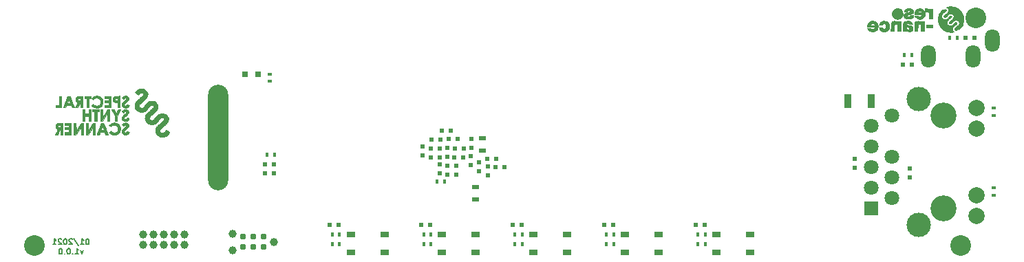
<source format=gbr>
G04 #@! TF.GenerationSoftware,KiCad,Pcbnew,5.1.9-73d0e3b20d~88~ubuntu20.04.1*
G04 #@! TF.CreationDate,2021-01-24T23:08:50+01:00*
G04 #@! TF.ProjectId,CIS,4349532e-6b69-4636-9164-5f7063625858,1.0.0*
G04 #@! TF.SameCoordinates,PX6bc3e40PY635f740*
G04 #@! TF.FileFunction,Soldermask,Bot*
G04 #@! TF.FilePolarity,Negative*
%FSLAX46Y46*%
G04 Gerber Fmt 4.6, Leading zero omitted, Abs format (unit mm)*
G04 Created by KiCad (PCBNEW 5.1.9-73d0e3b20d~88~ubuntu20.04.1) date 2021-01-24 23:08:50*
%MOMM*%
%LPD*%
G01*
G04 APERTURE LIST*
%ADD10C,0.127000*%
%ADD11C,0.010000*%
%ADD12C,1.000000*%
%ADD13C,3.000000*%
%ADD14C,3.200000*%
%ADD15C,2.000000*%
%ADD16C,1.800000*%
%ADD17R,1.800000X1.800000*%
%ADD18O,2.500000X13.000000*%
%ADD19C,2.540000*%
%ADD20R,0.600000X0.500000*%
%ADD21R,1.050000X0.650000*%
%ADD22R,0.500000X0.600000*%
%ADD23R,0.800000X0.800000*%
%ADD24R,0.900000X1.700000*%
%ADD25C,0.787400*%
%ADD26C,0.990600*%
%ADD27R,0.900000X0.500000*%
%ADD28R,0.400000X0.600000*%
%ADD29R,0.600000X0.400000*%
%ADD30O,1.800000X2.800000*%
G04 APERTURE END LIST*
D10*
X8766666Y3071834D02*
X8700000Y3071834D01*
X8633333Y3038500D01*
X8600000Y3005167D01*
X8566666Y2938500D01*
X8533333Y2805167D01*
X8533333Y2638500D01*
X8566666Y2505167D01*
X8600000Y2438500D01*
X8633333Y2405167D01*
X8700000Y2371834D01*
X8766666Y2371834D01*
X8833333Y2405167D01*
X8866666Y2438500D01*
X8900000Y2505167D01*
X8933333Y2638500D01*
X8933333Y2805167D01*
X8900000Y2938500D01*
X8866666Y3005167D01*
X8833333Y3038500D01*
X8766666Y3071834D01*
X7866666Y2371834D02*
X8266666Y2371834D01*
X8066666Y2371834D02*
X8066666Y3071834D01*
X8133333Y2971834D01*
X8200000Y2905167D01*
X8266666Y2871834D01*
X7066666Y3105167D02*
X7666666Y2205167D01*
X6866666Y3005167D02*
X6833333Y3038500D01*
X6766666Y3071834D01*
X6600000Y3071834D01*
X6533333Y3038500D01*
X6500000Y3005167D01*
X6466666Y2938500D01*
X6466666Y2871834D01*
X6500000Y2771834D01*
X6900000Y2371834D01*
X6466666Y2371834D01*
X6033333Y3071834D02*
X5966666Y3071834D01*
X5900000Y3038500D01*
X5866666Y3005167D01*
X5833333Y2938500D01*
X5800000Y2805167D01*
X5800000Y2638500D01*
X5833333Y2505167D01*
X5866666Y2438500D01*
X5900000Y2405167D01*
X5966666Y2371834D01*
X6033333Y2371834D01*
X6100000Y2405167D01*
X6133333Y2438500D01*
X6166666Y2505167D01*
X6200000Y2638500D01*
X6200000Y2805167D01*
X6166666Y2938500D01*
X6133333Y3005167D01*
X6100000Y3038500D01*
X6033333Y3071834D01*
X5533333Y3005167D02*
X5500000Y3038500D01*
X5433333Y3071834D01*
X5266666Y3071834D01*
X5200000Y3038500D01*
X5166666Y3005167D01*
X5133333Y2938500D01*
X5133333Y2871834D01*
X5166666Y2771834D01*
X5566666Y2371834D01*
X5133333Y2371834D01*
X4466666Y2371834D02*
X4866666Y2371834D01*
X4666666Y2371834D02*
X4666666Y3071834D01*
X4733333Y2971834D01*
X4800000Y2905167D01*
X4866666Y2871834D01*
X8200000Y1661500D02*
X8033333Y1194834D01*
X7866666Y1661500D01*
X7233333Y1194834D02*
X7633333Y1194834D01*
X7433333Y1194834D02*
X7433333Y1894834D01*
X7500000Y1794834D01*
X7566666Y1728167D01*
X7633333Y1694834D01*
X6933333Y1261500D02*
X6900000Y1228167D01*
X6933333Y1194834D01*
X6966666Y1228167D01*
X6933333Y1261500D01*
X6933333Y1194834D01*
X6466666Y1894834D02*
X6400000Y1894834D01*
X6333333Y1861500D01*
X6300000Y1828167D01*
X6266666Y1761500D01*
X6233333Y1628167D01*
X6233333Y1461500D01*
X6266666Y1328167D01*
X6300000Y1261500D01*
X6333333Y1228167D01*
X6400000Y1194834D01*
X6466666Y1194834D01*
X6533333Y1228167D01*
X6566666Y1261500D01*
X6600000Y1328167D01*
X6633333Y1461500D01*
X6633333Y1628167D01*
X6600000Y1761500D01*
X6566666Y1828167D01*
X6533333Y1861500D01*
X6466666Y1894834D01*
X5933333Y1261500D02*
X5900000Y1228167D01*
X5933333Y1194834D01*
X5966666Y1228167D01*
X5933333Y1261500D01*
X5933333Y1194834D01*
X5466666Y1894834D02*
X5400000Y1894834D01*
X5333333Y1861500D01*
X5300000Y1828167D01*
X5266666Y1761500D01*
X5233333Y1628167D01*
X5233333Y1461500D01*
X5266666Y1328167D01*
X5300000Y1261500D01*
X5333333Y1228167D01*
X5400000Y1194834D01*
X5466666Y1194834D01*
X5533333Y1228167D01*
X5566666Y1261500D01*
X5600000Y1328167D01*
X5633333Y1461500D01*
X5633333Y1628167D01*
X5600000Y1761500D01*
X5566666Y1828167D01*
X5533333Y1861500D01*
X5466666Y1894834D01*
D11*
G36*
X114203860Y31325498D02*
G01*
X114156616Y31304071D01*
X114107119Y31264290D01*
X114087272Y31244584D01*
X114037594Y31193274D01*
X113917560Y31293772D01*
X113809974Y31180718D01*
X113679644Y31026101D01*
X113571840Y30859774D01*
X113486466Y30681555D01*
X113423430Y30491262D01*
X113398379Y30382065D01*
X113385606Y30291709D01*
X113378373Y30185368D01*
X113376680Y30071842D01*
X113380524Y29959935D01*
X113389901Y29858446D01*
X113398534Y29804409D01*
X113448089Y29614664D01*
X113519744Y29434496D01*
X113611836Y29265577D01*
X113722706Y29109574D01*
X113850692Y28968159D01*
X113994135Y28842999D01*
X114151374Y28735765D01*
X114320747Y28648125D01*
X114500594Y28581750D01*
X114651369Y28544993D01*
X114708872Y28536217D01*
X114779562Y28528601D01*
X114856520Y28522555D01*
X114932828Y28518487D01*
X115001565Y28516807D01*
X115055813Y28517923D01*
X115076750Y28519846D01*
X115155757Y28531105D01*
X115222347Y28541152D01*
X115273049Y28549428D01*
X115304395Y28555377D01*
X115312885Y28557810D01*
X115308403Y28568312D01*
X115289693Y28591979D01*
X115260558Y28624086D01*
X115254250Y28630656D01*
X115200267Y28696249D01*
X115166347Y28763682D01*
X115150153Y28839617D01*
X115149305Y28929992D01*
X115155027Y28985998D01*
X115166435Y29036451D01*
X115185602Y29084233D01*
X115214599Y29132223D01*
X115255498Y29183303D01*
X115310372Y29240352D01*
X115381293Y29306251D01*
X115470333Y29383881D01*
X115484518Y29395982D01*
X115540135Y29444041D01*
X115591354Y29489603D01*
X115633860Y29528734D01*
X115663336Y29557498D01*
X115671843Y29566769D01*
X115698745Y29612158D01*
X115703529Y29653878D01*
X115689445Y29689468D01*
X115659746Y29716467D01*
X115617685Y29732415D01*
X115566514Y29734851D01*
X115509484Y29721313D01*
X115483150Y29709547D01*
X115444225Y29686323D01*
X115410833Y29657728D01*
X115377621Y29618176D01*
X115339234Y29562080D01*
X115333980Y29553900D01*
X115260685Y29459083D01*
X115175726Y29384687D01*
X115102150Y29341884D01*
X115061824Y29324566D01*
X115026068Y29314006D01*
X114986121Y29308648D01*
X114933223Y29306937D01*
X114905300Y29306930D01*
X114843556Y29308238D01*
X114798060Y29312611D01*
X114759701Y29321724D01*
X114719366Y29337253D01*
X114704634Y29343813D01*
X114628991Y29388886D01*
X114563663Y29448516D01*
X114514346Y29516793D01*
X114493719Y29562586D01*
X114479563Y29626416D01*
X114474289Y29701376D01*
X114477937Y29776287D01*
X114490550Y29839975D01*
X114492678Y29846363D01*
X114511605Y29887573D01*
X114539599Y29934995D01*
X114559353Y29963256D01*
X114585962Y29993470D01*
X114628999Y30036577D01*
X114685115Y30089529D01*
X114750964Y30149277D01*
X114823199Y30212775D01*
X114898471Y30276974D01*
X114958325Y30326543D01*
X114995688Y30366099D01*
X115022170Y30411595D01*
X115032300Y30453618D01*
X115032300Y30453841D01*
X115021775Y30480285D01*
X114995674Y30508743D01*
X114962210Y30532329D01*
X114929596Y30544152D01*
X114924203Y30544500D01*
X114864458Y30532138D01*
X114803607Y30496048D01*
X114743530Y30437727D01*
X114686110Y30358671D01*
X114681874Y30351801D01*
X114626553Y30276522D01*
X114559186Y30209074D01*
X114486392Y30155319D01*
X114425833Y30125014D01*
X114361164Y30108524D01*
X114283989Y30100905D01*
X114202754Y30101903D01*
X114125903Y30111261D01*
X114061880Y30128723D01*
X114044303Y30136579D01*
X113957565Y30193998D01*
X113890619Y30265172D01*
X113844264Y30346990D01*
X113819299Y30436344D01*
X113816522Y30530122D01*
X113836733Y30625216D01*
X113880730Y30718515D01*
X113890798Y30734222D01*
X113927628Y30780413D01*
X113985645Y30840394D01*
X114064879Y30914196D01*
X114140188Y30980305D01*
X114201332Y31033502D01*
X114256489Y31082592D01*
X114302492Y31124667D01*
X114336173Y31156818D01*
X114354364Y31176138D01*
X114356025Y31178463D01*
X114372212Y31224921D01*
X114366005Y31267988D01*
X114340386Y31303125D01*
X114298334Y31325793D01*
X114255257Y31331901D01*
X114203860Y31325498D01*
G37*
X114203860Y31325498D02*
X114156616Y31304071D01*
X114107119Y31264290D01*
X114087272Y31244584D01*
X114037594Y31193274D01*
X113917560Y31293772D01*
X113809974Y31180718D01*
X113679644Y31026101D01*
X113571840Y30859774D01*
X113486466Y30681555D01*
X113423430Y30491262D01*
X113398379Y30382065D01*
X113385606Y30291709D01*
X113378373Y30185368D01*
X113376680Y30071842D01*
X113380524Y29959935D01*
X113389901Y29858446D01*
X113398534Y29804409D01*
X113448089Y29614664D01*
X113519744Y29434496D01*
X113611836Y29265577D01*
X113722706Y29109574D01*
X113850692Y28968159D01*
X113994135Y28842999D01*
X114151374Y28735765D01*
X114320747Y28648125D01*
X114500594Y28581750D01*
X114651369Y28544993D01*
X114708872Y28536217D01*
X114779562Y28528601D01*
X114856520Y28522555D01*
X114932828Y28518487D01*
X115001565Y28516807D01*
X115055813Y28517923D01*
X115076750Y28519846D01*
X115155757Y28531105D01*
X115222347Y28541152D01*
X115273049Y28549428D01*
X115304395Y28555377D01*
X115312885Y28557810D01*
X115308403Y28568312D01*
X115289693Y28591979D01*
X115260558Y28624086D01*
X115254250Y28630656D01*
X115200267Y28696249D01*
X115166347Y28763682D01*
X115150153Y28839617D01*
X115149305Y28929992D01*
X115155027Y28985998D01*
X115166435Y29036451D01*
X115185602Y29084233D01*
X115214599Y29132223D01*
X115255498Y29183303D01*
X115310372Y29240352D01*
X115381293Y29306251D01*
X115470333Y29383881D01*
X115484518Y29395982D01*
X115540135Y29444041D01*
X115591354Y29489603D01*
X115633860Y29528734D01*
X115663336Y29557498D01*
X115671843Y29566769D01*
X115698745Y29612158D01*
X115703529Y29653878D01*
X115689445Y29689468D01*
X115659746Y29716467D01*
X115617685Y29732415D01*
X115566514Y29734851D01*
X115509484Y29721313D01*
X115483150Y29709547D01*
X115444225Y29686323D01*
X115410833Y29657728D01*
X115377621Y29618176D01*
X115339234Y29562080D01*
X115333980Y29553900D01*
X115260685Y29459083D01*
X115175726Y29384687D01*
X115102150Y29341884D01*
X115061824Y29324566D01*
X115026068Y29314006D01*
X114986121Y29308648D01*
X114933223Y29306937D01*
X114905300Y29306930D01*
X114843556Y29308238D01*
X114798060Y29312611D01*
X114759701Y29321724D01*
X114719366Y29337253D01*
X114704634Y29343813D01*
X114628991Y29388886D01*
X114563663Y29448516D01*
X114514346Y29516793D01*
X114493719Y29562586D01*
X114479563Y29626416D01*
X114474289Y29701376D01*
X114477937Y29776287D01*
X114490550Y29839975D01*
X114492678Y29846363D01*
X114511605Y29887573D01*
X114539599Y29934995D01*
X114559353Y29963256D01*
X114585962Y29993470D01*
X114628999Y30036577D01*
X114685115Y30089529D01*
X114750964Y30149277D01*
X114823199Y30212775D01*
X114898471Y30276974D01*
X114958325Y30326543D01*
X114995688Y30366099D01*
X115022170Y30411595D01*
X115032300Y30453618D01*
X115032300Y30453841D01*
X115021775Y30480285D01*
X114995674Y30508743D01*
X114962210Y30532329D01*
X114929596Y30544152D01*
X114924203Y30544500D01*
X114864458Y30532138D01*
X114803607Y30496048D01*
X114743530Y30437727D01*
X114686110Y30358671D01*
X114681874Y30351801D01*
X114626553Y30276522D01*
X114559186Y30209074D01*
X114486392Y30155319D01*
X114425833Y30125014D01*
X114361164Y30108524D01*
X114283989Y30100905D01*
X114202754Y30101903D01*
X114125903Y30111261D01*
X114061880Y30128723D01*
X114044303Y30136579D01*
X113957565Y30193998D01*
X113890619Y30265172D01*
X113844264Y30346990D01*
X113819299Y30436344D01*
X113816522Y30530122D01*
X113836733Y30625216D01*
X113880730Y30718515D01*
X113890798Y30734222D01*
X113927628Y30780413D01*
X113985645Y30840394D01*
X114064879Y30914196D01*
X114140188Y30980305D01*
X114201332Y31033502D01*
X114256489Y31082592D01*
X114302492Y31124667D01*
X114336173Y31156818D01*
X114354364Y31176138D01*
X114356025Y31178463D01*
X114372212Y31224921D01*
X114366005Y31267988D01*
X114340386Y31303125D01*
X114298334Y31325793D01*
X114255257Y31331901D01*
X114203860Y31325498D01*
G36*
X109571300Y29893021D02*
G01*
X109445406Y29881481D01*
X109340873Y29859304D01*
X109255560Y29825480D01*
X109187325Y29779003D01*
X109134027Y29718864D01*
X109107882Y29674939D01*
X109069650Y29600218D01*
X109062812Y29161134D01*
X109060275Y29023200D01*
X109057325Y28909862D01*
X109053926Y28820320D01*
X109050040Y28753773D01*
X109045630Y28709421D01*
X109040657Y28686463D01*
X109040587Y28686299D01*
X109029594Y28657170D01*
X109025200Y28638674D01*
X109037320Y28634443D01*
X109071366Y28630958D01*
X109123873Y28628416D01*
X109191374Y28627014D01*
X109233634Y28626800D01*
X109442068Y28626800D01*
X109450820Y28678606D01*
X109459573Y28730411D01*
X109486862Y28705439D01*
X109552396Y28660183D01*
X109635550Y28625285D01*
X109730288Y28601845D01*
X109830578Y28590962D01*
X109930386Y28593736D01*
X110015800Y28609079D01*
X110106805Y28645035D01*
X110179956Y28698657D01*
X110234245Y28768601D01*
X110268660Y28853519D01*
X110282191Y28952067D01*
X110282363Y28964220D01*
X110281982Y28967881D01*
X109862273Y28967881D01*
X109848690Y28920476D01*
X109820110Y28883007D01*
X109795367Y28867994D01*
X109768128Y28861906D01*
X109725997Y28857583D01*
X109690654Y28856206D01*
X109637626Y28858505D01*
X109598954Y28868351D01*
X109570004Y28884143D01*
X109521788Y28931343D01*
X109489468Y28998185D01*
X109472987Y29084789D01*
X109471737Y29101827D01*
X109469575Y29147603D01*
X109470595Y29172927D01*
X109475951Y29182662D01*
X109486799Y29181675D01*
X109490382Y29180370D01*
X109514427Y29173265D01*
X109554715Y29163382D01*
X109602571Y29152848D01*
X109603050Y29152748D01*
X109692860Y29131801D01*
X109759914Y29110739D01*
X109806838Y29088548D01*
X109836260Y29064217D01*
X109837840Y29062271D01*
X109859207Y29017665D01*
X109862273Y28967881D01*
X110281982Y28967881D01*
X110272108Y29062618D01*
X110240985Y29146654D01*
X110189128Y29216104D01*
X110116674Y29270742D01*
X110088183Y29285524D01*
X110048084Y29303233D01*
X110007701Y29317977D01*
X109962480Y29330824D01*
X109907868Y29342842D01*
X109839311Y29355098D01*
X109752254Y29368661D01*
X109702643Y29375937D01*
X109638023Y29386200D01*
X109580779Y29396977D01*
X109536541Y29407089D01*
X109510938Y29415359D01*
X109508887Y29416469D01*
X109478907Y29448731D01*
X109465366Y29492070D01*
X109471332Y29535967D01*
X109472966Y29539661D01*
X109502203Y29574273D01*
X109548847Y29600356D01*
X109605912Y29616471D01*
X109666416Y29621179D01*
X109723375Y29613040D01*
X109758223Y29598443D01*
X109794129Y29568965D01*
X109822669Y29530918D01*
X109837288Y29493602D01*
X109838000Y29485266D01*
X109840759Y29477528D01*
X109851408Y29472019D01*
X109873510Y29468376D01*
X109910628Y29466235D01*
X109966325Y29465231D01*
X110036487Y29465000D01*
X110234973Y29465000D01*
X110226352Y29529990D01*
X110202150Y29625618D01*
X110157104Y29707232D01*
X110091743Y29774536D01*
X110006596Y29827239D01*
X109902193Y29865045D01*
X109779064Y29887663D01*
X109637739Y29894797D01*
X109571300Y29893021D01*
G37*
X109571300Y29893021D02*
X109445406Y29881481D01*
X109340873Y29859304D01*
X109255560Y29825480D01*
X109187325Y29779003D01*
X109134027Y29718864D01*
X109107882Y29674939D01*
X109069650Y29600218D01*
X109062812Y29161134D01*
X109060275Y29023200D01*
X109057325Y28909862D01*
X109053926Y28820320D01*
X109050040Y28753773D01*
X109045630Y28709421D01*
X109040657Y28686463D01*
X109040587Y28686299D01*
X109029594Y28657170D01*
X109025200Y28638674D01*
X109037320Y28634443D01*
X109071366Y28630958D01*
X109123873Y28628416D01*
X109191374Y28627014D01*
X109233634Y28626800D01*
X109442068Y28626800D01*
X109450820Y28678606D01*
X109459573Y28730411D01*
X109486862Y28705439D01*
X109552396Y28660183D01*
X109635550Y28625285D01*
X109730288Y28601845D01*
X109830578Y28590962D01*
X109930386Y28593736D01*
X110015800Y28609079D01*
X110106805Y28645035D01*
X110179956Y28698657D01*
X110234245Y28768601D01*
X110268660Y28853519D01*
X110282191Y28952067D01*
X110282363Y28964220D01*
X110281982Y28967881D01*
X109862273Y28967881D01*
X109848690Y28920476D01*
X109820110Y28883007D01*
X109795367Y28867994D01*
X109768128Y28861906D01*
X109725997Y28857583D01*
X109690654Y28856206D01*
X109637626Y28858505D01*
X109598954Y28868351D01*
X109570004Y28884143D01*
X109521788Y28931343D01*
X109489468Y28998185D01*
X109472987Y29084789D01*
X109471737Y29101827D01*
X109469575Y29147603D01*
X109470595Y29172927D01*
X109475951Y29182662D01*
X109486799Y29181675D01*
X109490382Y29180370D01*
X109514427Y29173265D01*
X109554715Y29163382D01*
X109602571Y29152848D01*
X109603050Y29152748D01*
X109692860Y29131801D01*
X109759914Y29110739D01*
X109806838Y29088548D01*
X109836260Y29064217D01*
X109837840Y29062271D01*
X109859207Y29017665D01*
X109862273Y28967881D01*
X110281982Y28967881D01*
X110272108Y29062618D01*
X110240985Y29146654D01*
X110189128Y29216104D01*
X110116674Y29270742D01*
X110088183Y29285524D01*
X110048084Y29303233D01*
X110007701Y29317977D01*
X109962480Y29330824D01*
X109907868Y29342842D01*
X109839311Y29355098D01*
X109752254Y29368661D01*
X109702643Y29375937D01*
X109638023Y29386200D01*
X109580779Y29396977D01*
X109536541Y29407089D01*
X109510938Y29415359D01*
X109508887Y29416469D01*
X109478907Y29448731D01*
X109465366Y29492070D01*
X109471332Y29535967D01*
X109472966Y29539661D01*
X109502203Y29574273D01*
X109548847Y29600356D01*
X109605912Y29616471D01*
X109666416Y29621179D01*
X109723375Y29613040D01*
X109758223Y29598443D01*
X109794129Y29568965D01*
X109822669Y29530918D01*
X109837288Y29493602D01*
X109838000Y29485266D01*
X109840759Y29477528D01*
X109851408Y29472019D01*
X109873510Y29468376D01*
X109910628Y29466235D01*
X109966325Y29465231D01*
X110036487Y29465000D01*
X110234973Y29465000D01*
X110226352Y29529990D01*
X110202150Y29625618D01*
X110157104Y29707232D01*
X110091743Y29774536D01*
X110006596Y29827239D01*
X109902193Y29865045D01*
X109779064Y29887663D01*
X109637739Y29894797D01*
X109571300Y29893021D01*
G36*
X106653980Y29890993D02*
G01*
X106537980Y29870117D01*
X106430730Y29834972D01*
X106364835Y29802389D01*
X106290727Y29746137D01*
X106225818Y29672341D01*
X106174643Y29587722D01*
X106141741Y29499005D01*
X106134275Y29460796D01*
X106126148Y29401500D01*
X106536000Y29401500D01*
X106536000Y29432809D01*
X106544171Y29461290D01*
X106564702Y29495734D01*
X106574735Y29508233D01*
X106627968Y29551648D01*
X106689224Y29573744D01*
X106753917Y29575252D01*
X106817459Y29556899D01*
X106875261Y29519416D01*
X106922737Y29463532D01*
X106929700Y29451809D01*
X106943373Y29425259D01*
X106952459Y29399646D01*
X106957879Y29368898D01*
X106960556Y29326947D01*
X106961411Y29267723D01*
X106961450Y29242750D01*
X106960899Y29175184D01*
X106958689Y29126996D01*
X106953991Y29092180D01*
X106945971Y29064726D01*
X106933800Y29038629D01*
X106932993Y29037111D01*
X106887578Y28974872D01*
X106830614Y28932526D01*
X106765984Y28911433D01*
X106697576Y28912949D01*
X106637653Y28933901D01*
X106591098Y28967556D01*
X106552987Y29012831D01*
X106528948Y29061856D01*
X106523509Y29093525D01*
X106522763Y29104167D01*
X106518267Y29111772D01*
X106506365Y29116850D01*
X106483398Y29119912D01*
X106445712Y29121468D01*
X106389647Y29122027D01*
X106318658Y29122100D01*
X106114016Y29122100D01*
X106122984Y29061775D01*
X106142585Y28986122D01*
X106177344Y28904939D01*
X106222236Y28828113D01*
X106272233Y28765532D01*
X106275058Y28762673D01*
X106361628Y28693556D01*
X106464331Y28641123D01*
X106579337Y28606351D01*
X106702815Y28590219D01*
X106830936Y28593705D01*
X106897950Y28603563D01*
X107007872Y28636877D01*
X107109364Y28691938D01*
X107199417Y28765678D01*
X107275027Y28855030D01*
X107333185Y28956925D01*
X107370884Y29068297D01*
X107375588Y29090820D01*
X107386498Y29209574D01*
X107377613Y29335268D01*
X107350083Y29460474D01*
X107305059Y29577761D01*
X107297982Y29592038D01*
X107244576Y29671452D01*
X107171072Y29743995D01*
X107082553Y29806099D01*
X106984106Y29854202D01*
X106880816Y29884737D01*
X106880327Y29884833D01*
X106770754Y29896323D01*
X106653980Y29890993D01*
G37*
X106653980Y29890993D02*
X106537980Y29870117D01*
X106430730Y29834972D01*
X106364835Y29802389D01*
X106290727Y29746137D01*
X106225818Y29672341D01*
X106174643Y29587722D01*
X106141741Y29499005D01*
X106134275Y29460796D01*
X106126148Y29401500D01*
X106536000Y29401500D01*
X106536000Y29432809D01*
X106544171Y29461290D01*
X106564702Y29495734D01*
X106574735Y29508233D01*
X106627968Y29551648D01*
X106689224Y29573744D01*
X106753917Y29575252D01*
X106817459Y29556899D01*
X106875261Y29519416D01*
X106922737Y29463532D01*
X106929700Y29451809D01*
X106943373Y29425259D01*
X106952459Y29399646D01*
X106957879Y29368898D01*
X106960556Y29326947D01*
X106961411Y29267723D01*
X106961450Y29242750D01*
X106960899Y29175184D01*
X106958689Y29126996D01*
X106953991Y29092180D01*
X106945971Y29064726D01*
X106933800Y29038629D01*
X106932993Y29037111D01*
X106887578Y28974872D01*
X106830614Y28932526D01*
X106765984Y28911433D01*
X106697576Y28912949D01*
X106637653Y28933901D01*
X106591098Y28967556D01*
X106552987Y29012831D01*
X106528948Y29061856D01*
X106523509Y29093525D01*
X106522763Y29104167D01*
X106518267Y29111772D01*
X106506365Y29116850D01*
X106483398Y29119912D01*
X106445712Y29121468D01*
X106389647Y29122027D01*
X106318658Y29122100D01*
X106114016Y29122100D01*
X106122984Y29061775D01*
X106142585Y28986122D01*
X106177344Y28904939D01*
X106222236Y28828113D01*
X106272233Y28765532D01*
X106275058Y28762673D01*
X106361628Y28693556D01*
X106464331Y28641123D01*
X106579337Y28606351D01*
X106702815Y28590219D01*
X106830936Y28593705D01*
X106897950Y28603563D01*
X107007872Y28636877D01*
X107109364Y28691938D01*
X107199417Y28765678D01*
X107275027Y28855030D01*
X107333185Y28956925D01*
X107370884Y29068297D01*
X107375588Y29090820D01*
X107386498Y29209574D01*
X107377613Y29335268D01*
X107350083Y29460474D01*
X107305059Y29577761D01*
X107297982Y29592038D01*
X107244576Y29671452D01*
X107171072Y29743995D01*
X107082553Y29806099D01*
X106984106Y29854202D01*
X106880816Y29884737D01*
X106880327Y29884833D01*
X106770754Y29896323D01*
X106653980Y29890993D01*
G36*
X105225501Y29890816D02*
G01*
X105102839Y29866725D01*
X104993194Y29821621D01*
X104897575Y29756058D01*
X104816991Y29670589D01*
X104752452Y29565767D01*
X104748810Y29558242D01*
X104714210Y29468262D01*
X104687921Y29365079D01*
X104672506Y29260231D01*
X104669544Y29201475D01*
X104669100Y29134800D01*
X105119950Y29134800D01*
X105242422Y29134642D01*
X105341663Y29134114D01*
X105419844Y29133135D01*
X105479132Y29131625D01*
X105521696Y29129502D01*
X105549706Y29126686D01*
X105565329Y29123097D01*
X105570735Y29118652D01*
X105570800Y29118013D01*
X105566909Y29096684D01*
X105557040Y29061691D01*
X105550753Y29042390D01*
X105515867Y28976135D01*
X105464293Y28925358D01*
X105400513Y28891503D01*
X105329011Y28876012D01*
X105254269Y28880330D01*
X105180769Y28905900D01*
X105161197Y28916956D01*
X105128203Y28942873D01*
X105103384Y28971761D01*
X105101133Y28975616D01*
X105083908Y29007800D01*
X104889204Y29007800D01*
X104810505Y29007272D01*
X104754442Y29005538D01*
X104718271Y29002375D01*
X104699248Y28997558D01*
X104694511Y28991925D01*
X104699661Y28972913D01*
X104713112Y28938762D01*
X104730688Y28899601D01*
X104784151Y28813441D01*
X104856238Y28736903D01*
X104940315Y28676956D01*
X104945397Y28674148D01*
X105043210Y28632731D01*
X105155974Y28604757D01*
X105276580Y28591075D01*
X105397920Y28592536D01*
X105502082Y28607546D01*
X105622466Y28645935D01*
X105728704Y28704945D01*
X105819248Y28783202D01*
X105892551Y28879330D01*
X105947063Y28991955D01*
X105952711Y29007800D01*
X105970933Y29082748D01*
X105980907Y29171439D01*
X105982617Y29265235D01*
X105976045Y29355500D01*
X105972123Y29376100D01*
X105572512Y29376100D01*
X105085447Y29376100D01*
X105093923Y29411025D01*
X105124665Y29488321D01*
X105174756Y29551302D01*
X105200958Y29572534D01*
X105241979Y29597104D01*
X105281320Y29607736D01*
X105320807Y29609257D01*
X105398560Y29596946D01*
X105463804Y29562622D01*
X105516215Y29506558D01*
X105555467Y29429027D01*
X105563697Y29404675D01*
X105572512Y29376100D01*
X105972123Y29376100D01*
X105961176Y29433594D01*
X105953582Y29457636D01*
X105897608Y29577810D01*
X105824043Y29679987D01*
X105734010Y29763343D01*
X105628635Y29827049D01*
X105509041Y29870282D01*
X105376355Y29892214D01*
X105360171Y29893342D01*
X105225501Y29890816D01*
G37*
X105225501Y29890816D02*
X105102839Y29866725D01*
X104993194Y29821621D01*
X104897575Y29756058D01*
X104816991Y29670589D01*
X104752452Y29565767D01*
X104748810Y29558242D01*
X104714210Y29468262D01*
X104687921Y29365079D01*
X104672506Y29260231D01*
X104669544Y29201475D01*
X104669100Y29134800D01*
X105119950Y29134800D01*
X105242422Y29134642D01*
X105341663Y29134114D01*
X105419844Y29133135D01*
X105479132Y29131625D01*
X105521696Y29129502D01*
X105549706Y29126686D01*
X105565329Y29123097D01*
X105570735Y29118652D01*
X105570800Y29118013D01*
X105566909Y29096684D01*
X105557040Y29061691D01*
X105550753Y29042390D01*
X105515867Y28976135D01*
X105464293Y28925358D01*
X105400513Y28891503D01*
X105329011Y28876012D01*
X105254269Y28880330D01*
X105180769Y28905900D01*
X105161197Y28916956D01*
X105128203Y28942873D01*
X105103384Y28971761D01*
X105101133Y28975616D01*
X105083908Y29007800D01*
X104889204Y29007800D01*
X104810505Y29007272D01*
X104754442Y29005538D01*
X104718271Y29002375D01*
X104699248Y28997558D01*
X104694511Y28991925D01*
X104699661Y28972913D01*
X104713112Y28938762D01*
X104730688Y28899601D01*
X104784151Y28813441D01*
X104856238Y28736903D01*
X104940315Y28676956D01*
X104945397Y28674148D01*
X105043210Y28632731D01*
X105155974Y28604757D01*
X105276580Y28591075D01*
X105397920Y28592536D01*
X105502082Y28607546D01*
X105622466Y28645935D01*
X105728704Y28704945D01*
X105819248Y28783202D01*
X105892551Y28879330D01*
X105947063Y28991955D01*
X105952711Y29007800D01*
X105970933Y29082748D01*
X105980907Y29171439D01*
X105982617Y29265235D01*
X105976045Y29355500D01*
X105972123Y29376100D01*
X105572512Y29376100D01*
X105085447Y29376100D01*
X105093923Y29411025D01*
X105124665Y29488321D01*
X105174756Y29551302D01*
X105200958Y29572534D01*
X105241979Y29597104D01*
X105281320Y29607736D01*
X105320807Y29609257D01*
X105398560Y29596946D01*
X105463804Y29562622D01*
X105516215Y29506558D01*
X105555467Y29429027D01*
X105563697Y29404675D01*
X105572512Y29376100D01*
X105972123Y29376100D01*
X105961176Y29433594D01*
X105953582Y29457636D01*
X105897608Y29577810D01*
X105824043Y29679987D01*
X105734010Y29763343D01*
X105628635Y29827049D01*
X105509041Y29870282D01*
X105376355Y29892214D01*
X105360171Y29893342D01*
X105225501Y29890816D01*
G36*
X110815206Y29886474D02*
G01*
X110738139Y29873349D01*
X110674515Y29849279D01*
X110618901Y29812472D01*
X110586990Y29783400D01*
X110561724Y29757583D01*
X110540803Y29733552D01*
X110523793Y29708684D01*
X110510259Y29680358D01*
X110499767Y29645951D01*
X110491885Y29602842D01*
X110486176Y29548408D01*
X110482208Y29480028D01*
X110479546Y29395081D01*
X110477756Y29290943D01*
X110476404Y29164994D01*
X110475930Y29112575D01*
X110471614Y28626800D01*
X110877487Y28626800D01*
X110881619Y29023675D01*
X110882919Y29136307D01*
X110884337Y29226422D01*
X110886051Y29296907D01*
X110888237Y29350644D01*
X110891075Y29390520D01*
X110894739Y29419417D01*
X110899409Y29440221D01*
X110905262Y29455815D01*
X110908592Y29462387D01*
X110947790Y29510528D01*
X110999396Y29540640D01*
X111058184Y29552972D01*
X111118925Y29547773D01*
X111176392Y29525293D01*
X111225358Y29485782D01*
X111252928Y29445950D01*
X111260495Y29430152D01*
X111266520Y29412940D01*
X111271216Y29391275D01*
X111274792Y29362116D01*
X111277461Y29322424D01*
X111279433Y29269159D01*
X111280919Y29199282D01*
X111282132Y29109753D01*
X111283152Y29010975D01*
X111286854Y28626800D01*
X111704900Y28626800D01*
X111704900Y29858700D01*
X111298500Y29858700D01*
X111298500Y29717778D01*
X111250875Y29764621D01*
X111213666Y29795013D01*
X111164441Y29827271D01*
X111120700Y29850958D01*
X111079677Y29869492D01*
X111045124Y29881129D01*
X111008670Y29887447D01*
X110961945Y29890023D01*
X110911150Y29890450D01*
X110815206Y29886474D01*
G37*
X110815206Y29886474D02*
X110738139Y29873349D01*
X110674515Y29849279D01*
X110618901Y29812472D01*
X110586990Y29783400D01*
X110561724Y29757583D01*
X110540803Y29733552D01*
X110523793Y29708684D01*
X110510259Y29680358D01*
X110499767Y29645951D01*
X110491885Y29602842D01*
X110486176Y29548408D01*
X110482208Y29480028D01*
X110479546Y29395081D01*
X110477756Y29290943D01*
X110476404Y29164994D01*
X110475930Y29112575D01*
X110471614Y28626800D01*
X110877487Y28626800D01*
X110881619Y29023675D01*
X110882919Y29136307D01*
X110884337Y29226422D01*
X110886051Y29296907D01*
X110888237Y29350644D01*
X110891075Y29390520D01*
X110894739Y29419417D01*
X110899409Y29440221D01*
X110905262Y29455815D01*
X110908592Y29462387D01*
X110947790Y29510528D01*
X110999396Y29540640D01*
X111058184Y29552972D01*
X111118925Y29547773D01*
X111176392Y29525293D01*
X111225358Y29485782D01*
X111252928Y29445950D01*
X111260495Y29430152D01*
X111266520Y29412940D01*
X111271216Y29391275D01*
X111274792Y29362116D01*
X111277461Y29322424D01*
X111279433Y29269159D01*
X111280919Y29199282D01*
X111282132Y29109753D01*
X111283152Y29010975D01*
X111286854Y28626800D01*
X111704900Y28626800D01*
X111704900Y29858700D01*
X111298500Y29858700D01*
X111298500Y29717778D01*
X111250875Y29764621D01*
X111213666Y29795013D01*
X111164441Y29827271D01*
X111120700Y29850958D01*
X111079677Y29869492D01*
X111045124Y29881129D01*
X111008670Y29887447D01*
X110961945Y29890023D01*
X110911150Y29890450D01*
X110815206Y29886474D01*
G36*
X107943413Y29888730D02*
G01*
X107895425Y29885140D01*
X107857678Y29877828D01*
X107822613Y29865670D01*
X107809467Y29860014D01*
X107733762Y29812909D01*
X107669622Y29746009D01*
X107621180Y29663804D01*
X107614600Y29648119D01*
X107606910Y29627932D01*
X107600639Y29608277D01*
X107595612Y29586356D01*
X107591651Y29559369D01*
X107588581Y29524515D01*
X107586226Y29478995D01*
X107584409Y29420009D01*
X107582953Y29344756D01*
X107581682Y29250437D01*
X107580420Y29134253D01*
X107580069Y29099875D01*
X107575269Y28626800D01*
X107996500Y28626800D01*
X107996500Y29014558D01*
X107996686Y29132554D01*
X107997485Y29228003D01*
X107999263Y29303756D01*
X108002386Y29362665D01*
X108007220Y29407582D01*
X108014130Y29441359D01*
X108023481Y29466847D01*
X108035640Y29486898D01*
X108050971Y29504364D01*
X108060460Y29513502D01*
X108098497Y29535476D01*
X108150770Y29548853D01*
X108206989Y29551652D01*
X108237573Y29547601D01*
X108272752Y29533425D01*
X108311090Y29508929D01*
X108321157Y29500689D01*
X108343084Y29479382D01*
X108360743Y29456054D01*
X108374587Y29427822D01*
X108385069Y29391802D01*
X108392642Y29345111D01*
X108397759Y29284865D01*
X108400872Y29208180D01*
X108402433Y29112173D01*
X108402897Y28993961D01*
X108402900Y28980095D01*
X108402900Y28626800D01*
X108809300Y28626800D01*
X108809300Y29858700D01*
X108415600Y29858700D01*
X108415600Y29716647D01*
X108351486Y29774291D01*
X108286943Y29824669D01*
X108220433Y29859127D01*
X108145593Y29879811D01*
X108056056Y29888868D01*
X108009200Y29889722D01*
X107943413Y29888730D01*
G37*
X107943413Y29888730D02*
X107895425Y29885140D01*
X107857678Y29877828D01*
X107822613Y29865670D01*
X107809467Y29860014D01*
X107733762Y29812909D01*
X107669622Y29746009D01*
X107621180Y29663804D01*
X107614600Y29648119D01*
X107606910Y29627932D01*
X107600639Y29608277D01*
X107595612Y29586356D01*
X107591651Y29559369D01*
X107588581Y29524515D01*
X107586226Y29478995D01*
X107584409Y29420009D01*
X107582953Y29344756D01*
X107581682Y29250437D01*
X107580420Y29134253D01*
X107580069Y29099875D01*
X107575269Y28626800D01*
X107996500Y28626800D01*
X107996500Y29014558D01*
X107996686Y29132554D01*
X107997485Y29228003D01*
X107999263Y29303756D01*
X108002386Y29362665D01*
X108007220Y29407582D01*
X108014130Y29441359D01*
X108023481Y29466847D01*
X108035640Y29486898D01*
X108050971Y29504364D01*
X108060460Y29513502D01*
X108098497Y29535476D01*
X108150770Y29548853D01*
X108206989Y29551652D01*
X108237573Y29547601D01*
X108272752Y29533425D01*
X108311090Y29508929D01*
X108321157Y29500689D01*
X108343084Y29479382D01*
X108360743Y29456054D01*
X108374587Y29427822D01*
X108385069Y29391802D01*
X108392642Y29345111D01*
X108397759Y29284865D01*
X108400872Y29208180D01*
X108402433Y29112173D01*
X108402897Y28993961D01*
X108402900Y28980095D01*
X108402900Y28626800D01*
X108809300Y28626800D01*
X108809300Y29858700D01*
X108415600Y29858700D01*
X108415600Y29716647D01*
X108351486Y29774291D01*
X108286943Y29824669D01*
X108220433Y29859127D01*
X108145593Y29879811D01*
X108056056Y29888868D01*
X108009200Y29889722D01*
X107943413Y29888730D01*
G36*
X114848259Y31669025D02*
G01*
X114676449Y31649183D01*
X114513122Y31613059D01*
X114476675Y31602207D01*
X114440030Y31589230D01*
X114415812Y31577847D01*
X114410000Y31572422D01*
X114420450Y31562034D01*
X114445841Y31548753D01*
X114448199Y31547760D01*
X114494265Y31519773D01*
X114542582Y31476179D01*
X114585602Y31424804D01*
X114615396Y31374346D01*
X114634013Y31310216D01*
X114640685Y31236134D01*
X114635195Y31163289D01*
X114620520Y31110012D01*
X114583389Y31041589D01*
X114526529Y30967928D01*
X114448599Y30887463D01*
X114369062Y30816182D01*
X114277772Y30737356D01*
X114205310Y30671953D01*
X114150408Y30617865D01*
X114111797Y30572984D01*
X114088208Y30535200D01*
X114078370Y30502405D01*
X114081017Y30472490D01*
X114094878Y30443348D01*
X114118684Y30412868D01*
X114123275Y30407789D01*
X114149901Y30380904D01*
X114173109Y30366723D01*
X114202955Y30361218D01*
X114241738Y30360350D01*
X114299530Y30366284D01*
X114349117Y30386155D01*
X114395206Y30423071D01*
X114442505Y30480137D01*
X114459112Y30503818D01*
X114491818Y30547281D01*
X114535161Y30598703D01*
X114581175Y30648753D01*
X114593705Y30661502D01*
X114661234Y30722466D01*
X114724525Y30763416D01*
X114790553Y30787127D01*
X114866295Y30796377D01*
X114930700Y30795644D01*
X115016265Y30786253D01*
X115085356Y30765454D01*
X115145505Y30730135D01*
X115195174Y30686427D01*
X115244929Y30628056D01*
X115275412Y30568454D01*
X115289871Y30499467D01*
X115292208Y30442900D01*
X115289167Y30386753D01*
X115279308Y30335400D01*
X115260699Y30286078D01*
X115231408Y30236024D01*
X115189503Y30182473D01*
X115133051Y30122663D01*
X115060119Y30053830D01*
X114968777Y29973210D01*
X114956275Y29962430D01*
X114883242Y29898412D01*
X114828132Y29846887D01*
X114788644Y29804985D01*
X114762473Y29769834D01*
X114747317Y29738564D01*
X114740875Y29708304D01*
X114740200Y29693038D01*
X114744520Y29657852D01*
X114761229Y29629373D01*
X114785092Y29606016D01*
X114817324Y29581546D01*
X114848657Y29569856D01*
X114891412Y29566625D01*
X114897514Y29566601D01*
X114962505Y29575145D01*
X115017738Y29602555D01*
X115067701Y29651499D01*
X115089127Y29680479D01*
X115138546Y29743628D01*
X115199844Y29808375D01*
X115266485Y29868741D01*
X115331929Y29918746D01*
X115382903Y29949214D01*
X115482283Y29985726D01*
X115581414Y29998466D01*
X115677398Y29987770D01*
X115767338Y29953975D01*
X115848335Y29897415D01*
X115851117Y29894896D01*
X115914577Y29824359D01*
X115953826Y29749828D01*
X115970016Y29668680D01*
X115969813Y29624645D01*
X115963277Y29570477D01*
X115949672Y29519830D01*
X115927046Y29470081D01*
X115893448Y29418607D01*
X115846927Y29362786D01*
X115785531Y29299994D01*
X115707309Y29227608D01*
X115613499Y29145738D01*
X115557903Y29096909D01*
X115508139Y29050930D01*
X115467959Y29011444D01*
X115441117Y28982096D01*
X115432524Y28970035D01*
X115413843Y28912062D01*
X115417894Y28857877D01*
X115444191Y28811830D01*
X115450947Y28805024D01*
X115505819Y28768771D01*
X115567744Y28756564D01*
X115634462Y28767052D01*
X115670016Y28785511D01*
X115711732Y28818314D01*
X115752005Y28858456D01*
X115783231Y28898935D01*
X115789621Y28909951D01*
X115808248Y28945451D01*
X115877850Y28905628D01*
X115947453Y28865806D01*
X116053616Y28969429D01*
X116189638Y29119074D01*
X116303058Y29280237D01*
X116393670Y29452452D01*
X116461267Y29635257D01*
X116505644Y29828185D01*
X116526596Y30030773D01*
X116526840Y30036500D01*
X116522694Y30232756D01*
X116494832Y30423145D01*
X116444573Y30606075D01*
X116373240Y30779953D01*
X116282154Y30943186D01*
X116172634Y31094182D01*
X116046003Y31231348D01*
X115903581Y31353092D01*
X115746690Y31457821D01*
X115576650Y31543942D01*
X115394782Y31609863D01*
X115202408Y31653992D01*
X115182551Y31657159D01*
X115019858Y31671909D01*
X114848259Y31669025D01*
G37*
X114848259Y31669025D02*
X114676449Y31649183D01*
X114513122Y31613059D01*
X114476675Y31602207D01*
X114440030Y31589230D01*
X114415812Y31577847D01*
X114410000Y31572422D01*
X114420450Y31562034D01*
X114445841Y31548753D01*
X114448199Y31547760D01*
X114494265Y31519773D01*
X114542582Y31476179D01*
X114585602Y31424804D01*
X114615396Y31374346D01*
X114634013Y31310216D01*
X114640685Y31236134D01*
X114635195Y31163289D01*
X114620520Y31110012D01*
X114583389Y31041589D01*
X114526529Y30967928D01*
X114448599Y30887463D01*
X114369062Y30816182D01*
X114277772Y30737356D01*
X114205310Y30671953D01*
X114150408Y30617865D01*
X114111797Y30572984D01*
X114088208Y30535200D01*
X114078370Y30502405D01*
X114081017Y30472490D01*
X114094878Y30443348D01*
X114118684Y30412868D01*
X114123275Y30407789D01*
X114149901Y30380904D01*
X114173109Y30366723D01*
X114202955Y30361218D01*
X114241738Y30360350D01*
X114299530Y30366284D01*
X114349117Y30386155D01*
X114395206Y30423071D01*
X114442505Y30480137D01*
X114459112Y30503818D01*
X114491818Y30547281D01*
X114535161Y30598703D01*
X114581175Y30648753D01*
X114593705Y30661502D01*
X114661234Y30722466D01*
X114724525Y30763416D01*
X114790553Y30787127D01*
X114866295Y30796377D01*
X114930700Y30795644D01*
X115016265Y30786253D01*
X115085356Y30765454D01*
X115145505Y30730135D01*
X115195174Y30686427D01*
X115244929Y30628056D01*
X115275412Y30568454D01*
X115289871Y30499467D01*
X115292208Y30442900D01*
X115289167Y30386753D01*
X115279308Y30335400D01*
X115260699Y30286078D01*
X115231408Y30236024D01*
X115189503Y30182473D01*
X115133051Y30122663D01*
X115060119Y30053830D01*
X114968777Y29973210D01*
X114956275Y29962430D01*
X114883242Y29898412D01*
X114828132Y29846887D01*
X114788644Y29804985D01*
X114762473Y29769834D01*
X114747317Y29738564D01*
X114740875Y29708304D01*
X114740200Y29693038D01*
X114744520Y29657852D01*
X114761229Y29629373D01*
X114785092Y29606016D01*
X114817324Y29581546D01*
X114848657Y29569856D01*
X114891412Y29566625D01*
X114897514Y29566601D01*
X114962505Y29575145D01*
X115017738Y29602555D01*
X115067701Y29651499D01*
X115089127Y29680479D01*
X115138546Y29743628D01*
X115199844Y29808375D01*
X115266485Y29868741D01*
X115331929Y29918746D01*
X115382903Y29949214D01*
X115482283Y29985726D01*
X115581414Y29998466D01*
X115677398Y29987770D01*
X115767338Y29953975D01*
X115848335Y29897415D01*
X115851117Y29894896D01*
X115914577Y29824359D01*
X115953826Y29749828D01*
X115970016Y29668680D01*
X115969813Y29624645D01*
X115963277Y29570477D01*
X115949672Y29519830D01*
X115927046Y29470081D01*
X115893448Y29418607D01*
X115846927Y29362786D01*
X115785531Y29299994D01*
X115707309Y29227608D01*
X115613499Y29145738D01*
X115557903Y29096909D01*
X115508139Y29050930D01*
X115467959Y29011444D01*
X115441117Y28982096D01*
X115432524Y28970035D01*
X115413843Y28912062D01*
X115417894Y28857877D01*
X115444191Y28811830D01*
X115450947Y28805024D01*
X115505819Y28768771D01*
X115567744Y28756564D01*
X115634462Y28767052D01*
X115670016Y28785511D01*
X115711732Y28818314D01*
X115752005Y28858456D01*
X115783231Y28898935D01*
X115789621Y28909951D01*
X115808248Y28945451D01*
X115877850Y28905628D01*
X115947453Y28865806D01*
X116053616Y28969429D01*
X116189638Y29119074D01*
X116303058Y29280237D01*
X116393670Y29452452D01*
X116461267Y29635257D01*
X116505644Y29828185D01*
X116526596Y30030773D01*
X116526840Y30036500D01*
X116522694Y30232756D01*
X116494832Y30423145D01*
X116444573Y30606075D01*
X116373240Y30779953D01*
X116282154Y30943186D01*
X116172634Y31094182D01*
X116046003Y31231348D01*
X115903581Y31353092D01*
X115746690Y31457821D01*
X115576650Y31543942D01*
X115394782Y31609863D01*
X115202408Y31653992D01*
X115182551Y31657159D01*
X115019858Y31671909D01*
X114848259Y31669025D01*
G36*
X111933500Y29096700D02*
G01*
X112682800Y29096700D01*
X112682800Y29452300D01*
X111933500Y29452300D01*
X111933500Y29096700D01*
G37*
X111933500Y29096700D02*
X112682800Y29096700D01*
X112682800Y29452300D01*
X111933500Y29452300D01*
X111933500Y29096700D01*
G36*
X110975245Y31430789D02*
G01*
X110892088Y31411233D01*
X110888908Y31410154D01*
X110779511Y31359618D01*
X110685163Y31289247D01*
X110607004Y31200462D01*
X110546175Y31094680D01*
X110503818Y30973322D01*
X110491357Y30915526D01*
X110482510Y30857142D01*
X110476077Y30798073D01*
X110473445Y30751062D01*
X110473444Y30750875D01*
X110473000Y30684200D01*
X110923850Y30684200D01*
X111047995Y30684015D01*
X111148747Y30683411D01*
X111228112Y30682319D01*
X111288094Y30680666D01*
X111330698Y30678384D01*
X111357931Y30675402D01*
X111371796Y30671648D01*
X111374630Y30668325D01*
X111363512Y30609644D01*
X111334020Y30548895D01*
X111291205Y30493826D01*
X111240120Y30452184D01*
X111229940Y30446453D01*
X111172261Y30427834D01*
X111106556Y30424557D01*
X111039670Y30435067D01*
X110978447Y30457810D01*
X110929733Y30491232D01*
X110906931Y30519811D01*
X110885750Y30557040D01*
X110692075Y30557120D01*
X110613615Y30556622D01*
X110557784Y30554901D01*
X110521831Y30551734D01*
X110503003Y30546895D01*
X110498411Y30541325D01*
X110505689Y30511064D01*
X110524885Y30467786D01*
X110552077Y30418332D01*
X110583346Y30369544D01*
X110614771Y30328264D01*
X110629717Y30312186D01*
X110716705Y30244560D01*
X110820317Y30192595D01*
X110936483Y30157225D01*
X111061133Y30139382D01*
X111190197Y30139999D01*
X111306604Y30157072D01*
X111427324Y30195454D01*
X111533478Y30254338D01*
X111623761Y30332566D01*
X111696867Y30428976D01*
X111751491Y30542408D01*
X111756773Y30557200D01*
X111776978Y30640636D01*
X111786866Y30737473D01*
X111786408Y30838224D01*
X111776475Y30925500D01*
X111376412Y30925500D01*
X111134256Y30925500D01*
X111045641Y30925897D01*
X110979847Y30927197D01*
X110934308Y30929570D01*
X110906456Y30933185D01*
X110893723Y30938209D01*
X110892225Y30941375D01*
X110899983Y30973497D01*
X110919536Y31015991D01*
X110945863Y31060193D01*
X110973943Y31097440D01*
X110993202Y31115646D01*
X111059731Y31149384D01*
X111128063Y31159721D01*
X111194809Y31148117D01*
X111256582Y31116036D01*
X111309995Y31064939D01*
X111351659Y30996289D01*
X111367577Y30954075D01*
X111376412Y30925500D01*
X111776475Y30925500D01*
X111775576Y30933399D01*
X111758105Y31003079D01*
X111705172Y31121187D01*
X111632964Y31222882D01*
X111542082Y31307565D01*
X111433127Y31374639D01*
X111349300Y31409789D01*
X111267928Y31429908D01*
X111172343Y31440119D01*
X111071722Y31440415D01*
X110975245Y31430789D01*
G37*
X110975245Y31430789D02*
X110892088Y31411233D01*
X110888908Y31410154D01*
X110779511Y31359618D01*
X110685163Y31289247D01*
X110607004Y31200462D01*
X110546175Y31094680D01*
X110503818Y30973322D01*
X110491357Y30915526D01*
X110482510Y30857142D01*
X110476077Y30798073D01*
X110473445Y30751062D01*
X110473444Y30750875D01*
X110473000Y30684200D01*
X110923850Y30684200D01*
X111047995Y30684015D01*
X111148747Y30683411D01*
X111228112Y30682319D01*
X111288094Y30680666D01*
X111330698Y30678384D01*
X111357931Y30675402D01*
X111371796Y30671648D01*
X111374630Y30668325D01*
X111363512Y30609644D01*
X111334020Y30548895D01*
X111291205Y30493826D01*
X111240120Y30452184D01*
X111229940Y30446453D01*
X111172261Y30427834D01*
X111106556Y30424557D01*
X111039670Y30435067D01*
X110978447Y30457810D01*
X110929733Y30491232D01*
X110906931Y30519811D01*
X110885750Y30557040D01*
X110692075Y30557120D01*
X110613615Y30556622D01*
X110557784Y30554901D01*
X110521831Y30551734D01*
X110503003Y30546895D01*
X110498411Y30541325D01*
X110505689Y30511064D01*
X110524885Y30467786D01*
X110552077Y30418332D01*
X110583346Y30369544D01*
X110614771Y30328264D01*
X110629717Y30312186D01*
X110716705Y30244560D01*
X110820317Y30192595D01*
X110936483Y30157225D01*
X111061133Y30139382D01*
X111190197Y30139999D01*
X111306604Y30157072D01*
X111427324Y30195454D01*
X111533478Y30254338D01*
X111623761Y30332566D01*
X111696867Y30428976D01*
X111751491Y30542408D01*
X111756773Y30557200D01*
X111776978Y30640636D01*
X111786866Y30737473D01*
X111786408Y30838224D01*
X111776475Y30925500D01*
X111376412Y30925500D01*
X111134256Y30925500D01*
X111045641Y30925897D01*
X110979847Y30927197D01*
X110934308Y30929570D01*
X110906456Y30933185D01*
X110893723Y30938209D01*
X110892225Y30941375D01*
X110899983Y30973497D01*
X110919536Y31015991D01*
X110945863Y31060193D01*
X110973943Y31097440D01*
X110993202Y31115646D01*
X111059731Y31149384D01*
X111128063Y31159721D01*
X111194809Y31148117D01*
X111256582Y31116036D01*
X111309995Y31064939D01*
X111351659Y30996289D01*
X111367577Y30954075D01*
X111376412Y30925500D01*
X111776475Y30925500D01*
X111775576Y30933399D01*
X111758105Y31003079D01*
X111705172Y31121187D01*
X111632964Y31222882D01*
X111542082Y31307565D01*
X111433127Y31374639D01*
X111349300Y31409789D01*
X111267928Y31429908D01*
X111172343Y31440119D01*
X111071722Y31440415D01*
X110975245Y31430789D01*
G36*
X109683641Y31441567D02*
G01*
X109548121Y31422551D01*
X109448157Y31393377D01*
X109372620Y31353819D01*
X109306581Y31297610D01*
X109253816Y31229740D01*
X109218101Y31155202D01*
X109203210Y31078987D01*
X109203000Y31069245D01*
X109203000Y31039800D01*
X109578898Y31039800D01*
X109595015Y31084372D01*
X109620568Y31126571D01*
X109662559Y31153836D01*
X109723269Y31167278D01*
X109769304Y31169171D01*
X109832687Y31165114D01*
X109876323Y31152621D01*
X109904977Y31129914D01*
X109914812Y31114858D01*
X109919206Y31082331D01*
X109901333Y31048536D01*
X109863836Y31017171D01*
X109833754Y31001382D01*
X109800937Y30989964D01*
X109749912Y30975802D01*
X109687473Y30960645D01*
X109620412Y30946238D01*
X109615750Y30945308D01*
X109522970Y30926154D01*
X109451003Y30909145D01*
X109395530Y30892737D01*
X109352234Y30875383D01*
X109316798Y30855538D01*
X109284904Y30831657D01*
X109275380Y30823474D01*
X109217473Y30760049D01*
X109181733Y30689266D01*
X109166046Y30606318D01*
X109164900Y30572301D01*
X109175004Y30470122D01*
X109205641Y30381982D01*
X109257305Y30307271D01*
X109330485Y30245380D01*
X109425675Y30195695D01*
X109485425Y30174037D01*
X109538712Y30161844D01*
X109609732Y30152209D01*
X109690911Y30145524D01*
X109774675Y30142180D01*
X109853449Y30142568D01*
X109919660Y30147080D01*
X109942605Y30150425D01*
X110061837Y30181750D01*
X110161458Y30228784D01*
X110241254Y30291361D01*
X110301008Y30369312D01*
X110339786Y30460018D01*
X110350828Y30502775D01*
X110357642Y30539901D01*
X110358700Y30553156D01*
X110358700Y30582600D01*
X109967019Y30582600D01*
X109958641Y30544459D01*
X109935657Y30494104D01*
X109894708Y30454627D01*
X109841287Y30427165D01*
X109780889Y30412856D01*
X109719005Y30412836D01*
X109661130Y30428243D01*
X109612755Y30460212D01*
X109602873Y30470827D01*
X109578004Y30507256D01*
X109572881Y30538579D01*
X109585087Y30571930D01*
X109602266Y30591895D01*
X109633283Y30610930D01*
X109680650Y30629962D01*
X109746883Y30649920D01*
X109834497Y30671730D01*
X109888800Y30683993D01*
X110012571Y30714548D01*
X110112893Y30747489D01*
X110191711Y30784626D01*
X110250969Y30827766D01*
X110292611Y30878715D01*
X110318582Y30939282D01*
X110330827Y31011273D01*
X110331347Y31095356D01*
X110327073Y31149597D01*
X110319001Y31188094D01*
X110304363Y31220483D01*
X110288242Y31245375D01*
X110224847Y31314079D01*
X110141020Y31368744D01*
X110037781Y31408929D01*
X109916153Y31434195D01*
X109831650Y31442191D01*
X109683641Y31441567D01*
G37*
X109683641Y31441567D02*
X109548121Y31422551D01*
X109448157Y31393377D01*
X109372620Y31353819D01*
X109306581Y31297610D01*
X109253816Y31229740D01*
X109218101Y31155202D01*
X109203210Y31078987D01*
X109203000Y31069245D01*
X109203000Y31039800D01*
X109578898Y31039800D01*
X109595015Y31084372D01*
X109620568Y31126571D01*
X109662559Y31153836D01*
X109723269Y31167278D01*
X109769304Y31169171D01*
X109832687Y31165114D01*
X109876323Y31152621D01*
X109904977Y31129914D01*
X109914812Y31114858D01*
X109919206Y31082331D01*
X109901333Y31048536D01*
X109863836Y31017171D01*
X109833754Y31001382D01*
X109800937Y30989964D01*
X109749912Y30975802D01*
X109687473Y30960645D01*
X109620412Y30946238D01*
X109615750Y30945308D01*
X109522970Y30926154D01*
X109451003Y30909145D01*
X109395530Y30892737D01*
X109352234Y30875383D01*
X109316798Y30855538D01*
X109284904Y30831657D01*
X109275380Y30823474D01*
X109217473Y30760049D01*
X109181733Y30689266D01*
X109166046Y30606318D01*
X109164900Y30572301D01*
X109175004Y30470122D01*
X109205641Y30381982D01*
X109257305Y30307271D01*
X109330485Y30245380D01*
X109425675Y30195695D01*
X109485425Y30174037D01*
X109538712Y30161844D01*
X109609732Y30152209D01*
X109690911Y30145524D01*
X109774675Y30142180D01*
X109853449Y30142568D01*
X109919660Y30147080D01*
X109942605Y30150425D01*
X110061837Y30181750D01*
X110161458Y30228784D01*
X110241254Y30291361D01*
X110301008Y30369312D01*
X110339786Y30460018D01*
X110350828Y30502775D01*
X110357642Y30539901D01*
X110358700Y30553156D01*
X110358700Y30582600D01*
X109967019Y30582600D01*
X109958641Y30544459D01*
X109935657Y30494104D01*
X109894708Y30454627D01*
X109841287Y30427165D01*
X109780889Y30412856D01*
X109719005Y30412836D01*
X109661130Y30428243D01*
X109612755Y30460212D01*
X109602873Y30470827D01*
X109578004Y30507256D01*
X109572881Y30538579D01*
X109585087Y30571930D01*
X109602266Y30591895D01*
X109633283Y30610930D01*
X109680650Y30629962D01*
X109746883Y30649920D01*
X109834497Y30671730D01*
X109888800Y30683993D01*
X110012571Y30714548D01*
X110112893Y30747489D01*
X110191711Y30784626D01*
X110250969Y30827766D01*
X110292611Y30878715D01*
X110318582Y30939282D01*
X110330827Y31011273D01*
X110331347Y31095356D01*
X110327073Y31149597D01*
X110319001Y31188094D01*
X110304363Y31220483D01*
X110288242Y31245375D01*
X110224847Y31314079D01*
X110141020Y31368744D01*
X110037781Y31408929D01*
X109916153Y31434195D01*
X109831650Y31442191D01*
X109683641Y31441567D01*
G36*
X108305771Y31441851D02*
G01*
X108182651Y31417130D01*
X108088678Y31382230D01*
X108024710Y31345575D01*
X107957242Y31294273D01*
X107894000Y31235194D01*
X107842710Y31175209D01*
X107823793Y31146736D01*
X107772381Y31035851D01*
X107741856Y30917402D01*
X107731777Y30795390D01*
X107741703Y30673818D01*
X107771195Y30556688D01*
X107819811Y30448001D01*
X107887110Y30351760D01*
X107914606Y30322147D01*
X107983677Y30264894D01*
X108067296Y30213733D01*
X108155838Y30173789D01*
X108236359Y30150785D01*
X108323803Y30140982D01*
X108420271Y30140554D01*
X108512997Y30149206D01*
X108559948Y30158249D01*
X108674539Y30198427D01*
X108776514Y30259016D01*
X108864091Y30337449D01*
X108935488Y30431163D01*
X108988923Y30537594D01*
X109022615Y30654177D01*
X109034780Y30778348D01*
X109032575Y30838349D01*
X109014655Y30960622D01*
X108980399Y31067101D01*
X108927511Y31163158D01*
X108855893Y31251827D01*
X108766222Y31329674D01*
X108662887Y31388192D01*
X108549376Y31426789D01*
X108429175Y31444873D01*
X108305771Y31441851D01*
G37*
X108305771Y31441851D02*
X108182651Y31417130D01*
X108088678Y31382230D01*
X108024710Y31345575D01*
X107957242Y31294273D01*
X107894000Y31235194D01*
X107842710Y31175209D01*
X107823793Y31146736D01*
X107772381Y31035851D01*
X107741856Y30917402D01*
X107731777Y30795390D01*
X107741703Y30673818D01*
X107771195Y30556688D01*
X107819811Y30448001D01*
X107887110Y30351760D01*
X107914606Y30322147D01*
X107983677Y30264894D01*
X108067296Y30213733D01*
X108155838Y30173789D01*
X108236359Y30150785D01*
X108323803Y30140982D01*
X108420271Y30140554D01*
X108512997Y30149206D01*
X108559948Y30158249D01*
X108674539Y30198427D01*
X108776514Y30259016D01*
X108864091Y30337449D01*
X108935488Y30431163D01*
X108988923Y30537594D01*
X109022615Y30654177D01*
X109034780Y30778348D01*
X109032575Y30838349D01*
X109014655Y30960622D01*
X108980399Y31067101D01*
X108927511Y31163158D01*
X108855893Y31251827D01*
X108766222Y31329674D01*
X108662887Y31388192D01*
X108549376Y31426789D01*
X108429175Y31444873D01*
X108305771Y31441851D01*
G36*
X111809352Y31234740D02*
G01*
X111805853Y31042329D01*
X111853802Y31053462D01*
X111947366Y31065792D01*
X112035334Y31059359D01*
X112113280Y31035114D01*
X112176776Y30994012D01*
X112190002Y30981077D01*
X112210905Y30957486D01*
X112227443Y30934162D01*
X112240125Y30907876D01*
X112249459Y30875401D01*
X112255953Y30833511D01*
X112260116Y30778976D01*
X112262456Y30708572D01*
X112263481Y30619069D01*
X112263700Y30513158D01*
X112263700Y30176200D01*
X112682800Y30176200D01*
X112682800Y31408100D01*
X112276400Y31408100D01*
X112276014Y31316025D01*
X112275141Y31269714D01*
X112272578Y31245763D01*
X112267675Y31241156D01*
X112261642Y31249350D01*
X112224341Y31299631D01*
X112171311Y31348810D01*
X112111281Y31388926D01*
X112104950Y31392277D01*
X112068487Y31408949D01*
X112032974Y31419038D01*
X111989769Y31424186D01*
X111930231Y31426037D01*
X111927150Y31426068D01*
X111812850Y31427150D01*
X111809352Y31234740D01*
G37*
X111809352Y31234740D02*
X111805853Y31042329D01*
X111853802Y31053462D01*
X111947366Y31065792D01*
X112035334Y31059359D01*
X112113280Y31035114D01*
X112176776Y30994012D01*
X112190002Y30981077D01*
X112210905Y30957486D01*
X112227443Y30934162D01*
X112240125Y30907876D01*
X112249459Y30875401D01*
X112255953Y30833511D01*
X112260116Y30778976D01*
X112262456Y30708572D01*
X112263481Y30619069D01*
X112263700Y30513158D01*
X112263700Y30176200D01*
X112682800Y30176200D01*
X112682800Y31408100D01*
X112276400Y31408100D01*
X112276014Y31316025D01*
X112275141Y31269714D01*
X112272578Y31245763D01*
X112267675Y31241156D01*
X112261642Y31249350D01*
X112224341Y31299631D01*
X112171311Y31348810D01*
X112111281Y31388926D01*
X112104950Y31392277D01*
X112068487Y31408949D01*
X112032974Y31419038D01*
X111989769Y31424186D01*
X111930231Y31426037D01*
X111927150Y31426068D01*
X111812850Y31427150D01*
X111809352Y31234740D01*
G36*
X15317438Y21577196D02*
G01*
X15263991Y21574348D01*
X15218899Y21568023D01*
X15173652Y21557049D01*
X15122894Y21541292D01*
X15018596Y21497673D01*
X14910159Y21435487D01*
X14803928Y21359300D01*
X14706246Y21273683D01*
X14623458Y21183203D01*
X14620601Y21179616D01*
X14582417Y21131406D01*
X14778880Y20957031D01*
X14975343Y20782657D01*
X15071152Y20884502D01*
X15149262Y20959958D01*
X15222107Y21013467D01*
X15293170Y21046932D01*
X15365931Y21062252D01*
X15399304Y21063735D01*
X15478897Y21053330D01*
X15544492Y21022786D01*
X15594447Y20972896D01*
X15597903Y20967815D01*
X15618187Y20924872D01*
X15619970Y20880481D01*
X15603548Y20826434D01*
X15603065Y20825268D01*
X15592102Y20802964D01*
X15576251Y20778749D01*
X15553703Y20750853D01*
X15522650Y20717510D01*
X15481280Y20676952D01*
X15427787Y20627411D01*
X15360359Y20567120D01*
X15277188Y20494310D01*
X15176465Y20407215D01*
X15165500Y20397775D01*
X15046923Y20294795D01*
X14946536Y20205298D01*
X14862477Y20127178D01*
X14792883Y20058326D01*
X14735892Y19996635D01*
X14689642Y19939998D01*
X14652271Y19886307D01*
X14621915Y19833456D01*
X14596714Y19779337D01*
X14579250Y19734369D01*
X14562677Y19670544D01*
X14551217Y19589834D01*
X14545163Y19500290D01*
X14544807Y19409965D01*
X14550442Y19326912D01*
X14562042Y19260400D01*
X14605224Y19141871D01*
X14670057Y19029402D01*
X14752816Y18927980D01*
X14849776Y18842590D01*
X14898922Y18809578D01*
X14993616Y18759945D01*
X15092984Y18724922D01*
X15203191Y18702857D01*
X15330401Y18692100D01*
X15338636Y18691780D01*
X15458537Y18691224D01*
X15561580Y18700000D01*
X15655019Y18719443D01*
X15746106Y18750892D01*
X15806850Y18778098D01*
X15927444Y18849627D01*
X16038505Y18942026D01*
X16135902Y19051347D01*
X16209703Y19163146D01*
X16272103Y19262204D01*
X16341861Y19351937D01*
X16415317Y19428500D01*
X16488814Y19488045D01*
X16553573Y19524599D01*
X16615079Y19539659D01*
X16682594Y19538079D01*
X16748936Y19521754D01*
X16806922Y19492577D01*
X16849370Y19452444D01*
X16854122Y19445325D01*
X16870531Y19415099D01*
X16880205Y19385974D01*
X16881897Y19356304D01*
X16874356Y19324445D01*
X16856335Y19288751D01*
X16826583Y19247578D01*
X16783852Y19199281D01*
X16726893Y19142215D01*
X16654456Y19074734D01*
X16565294Y18995195D01*
X16458156Y18901951D01*
X16410100Y18860545D01*
X16332467Y18793345D01*
X16258036Y18728093D01*
X16189858Y18667525D01*
X16130984Y18614380D01*
X16084464Y18571393D01*
X16053351Y18541303D01*
X16047547Y18535275D01*
X15949548Y18415619D01*
X15875509Y18292401D01*
X15826085Y18166741D01*
X15820486Y18146411D01*
X15809199Y18082957D01*
X15802656Y18003892D01*
X15801005Y17918588D01*
X15804392Y17836414D01*
X15812963Y17766740D01*
X15814432Y17759251D01*
X15845050Y17660330D01*
X15894469Y17559669D01*
X15958196Y17465650D01*
X15994698Y17423023D01*
X16084059Y17337849D01*
X16176995Y17272044D01*
X16277705Y17223843D01*
X16390389Y17191482D01*
X16519247Y17173195D01*
X16600600Y17168426D01*
X16717089Y17167634D01*
X16815843Y17174816D01*
X16903599Y17191136D01*
X16987093Y17217762D01*
X17054876Y17247041D01*
X17161571Y17306375D01*
X17257010Y17378832D01*
X17344662Y17467763D01*
X17427995Y17576523D01*
X17481502Y17659458D01*
X17555897Y17766640D01*
X17636335Y17854899D01*
X17720967Y17923083D01*
X17807942Y17970037D01*
X17895410Y17994609D01*
X17981522Y17995644D01*
X18011708Y17990063D01*
X18068817Y17967794D01*
X18119048Y17932706D01*
X18155652Y17890417D01*
X18169848Y17858394D01*
X18174637Y17830549D01*
X18173797Y17802840D01*
X18165939Y17773674D01*
X18149670Y17741460D01*
X18123600Y17704607D01*
X18086337Y17661522D01*
X18036491Y17610613D01*
X17972670Y17550288D01*
X17893483Y17478957D01*
X17797540Y17395026D01*
X17683448Y17296904D01*
X17666487Y17282405D01*
X17556171Y17186981D01*
X17463994Y17104374D01*
X17387755Y17032193D01*
X17325248Y16968045D01*
X17274272Y16909539D01*
X17232623Y16854283D01*
X17198097Y16799885D01*
X17168492Y16743954D01*
X17166322Y16739450D01*
X17142862Y16685159D01*
X17122507Y16628795D01*
X17109832Y16583250D01*
X17100886Y16518147D01*
X17096733Y16438928D01*
X17097246Y16354736D01*
X17102301Y16274716D01*
X17111769Y16208012D01*
X17115225Y16192844D01*
X17160016Y16067360D01*
X17226399Y15952969D01*
X17312201Y15851799D01*
X17415248Y15765975D01*
X17533367Y15697623D01*
X17664386Y15648870D01*
X17673750Y15646309D01*
X17726680Y15636200D01*
X17797117Y15628312D01*
X17877241Y15622964D01*
X17959233Y15620472D01*
X18035271Y15621155D01*
X18097535Y15625329D01*
X18118099Y15628272D01*
X18262386Y15666844D01*
X18397319Y15728406D01*
X18521423Y15811802D01*
X18633226Y15915876D01*
X18731253Y16039472D01*
X18808141Y16169695D01*
X18834857Y16222240D01*
X18616254Y16352535D01*
X18549250Y16392450D01*
X18489759Y16427844D01*
X18441203Y16456688D01*
X18407001Y16476949D01*
X18390574Y16486597D01*
X18389767Y16487051D01*
X18379782Y16479209D01*
X18360857Y16454609D01*
X18336915Y16418396D01*
X18334629Y16414712D01*
X18266812Y16320591D01*
X18190381Y16242163D01*
X18108595Y16181929D01*
X18024716Y16142394D01*
X17960632Y16127617D01*
X17883124Y16128822D01*
X17808366Y16148735D01*
X17740498Y16184269D01*
X17683662Y16232334D01*
X17642000Y16289842D01*
X17619654Y16353705D01*
X17617003Y16383850D01*
X17625186Y16429867D01*
X17647521Y16486157D01*
X17680222Y16545013D01*
X17719501Y16598726D01*
X17726491Y16606715D01*
X17750130Y16630402D01*
X17789812Y16667301D01*
X17842092Y16714333D01*
X17903525Y16768419D01*
X17970665Y16826482D01*
X18010300Y16860289D01*
X18115520Y16950001D01*
X18203421Y17026030D01*
X18276435Y17090663D01*
X18336995Y17146186D01*
X18387536Y17194886D01*
X18430489Y17239050D01*
X18468287Y17280963D01*
X18503364Y17322912D01*
X18505840Y17325983D01*
X18582671Y17431504D01*
X18638085Y17532201D01*
X18674047Y17633177D01*
X18692521Y17739531D01*
X18696101Y17819918D01*
X18685034Y17950595D01*
X18651499Y18069706D01*
X18594992Y18178371D01*
X18515012Y18277707D01*
X18471563Y18319364D01*
X18366178Y18396757D01*
X18247538Y18454795D01*
X18119393Y18492992D01*
X17985495Y18510862D01*
X17849593Y18507917D01*
X17715438Y18483672D01*
X17586780Y18437639D01*
X17580966Y18434947D01*
X17484046Y18381235D01*
X17381600Y18309788D01*
X17279356Y18225640D01*
X17183046Y18133825D01*
X17098401Y18039378D01*
X17038087Y17958048D01*
X16962140Y17855218D01*
X16885377Y17776622D01*
X16806230Y17721106D01*
X16723133Y17687516D01*
X16654978Y17675827D01*
X16566491Y17678999D01*
X16487494Y17704596D01*
X16414119Y17753979D01*
X16401969Y17764799D01*
X16352241Y17824693D01*
X16327291Y17889620D01*
X16327065Y17959274D01*
X16351510Y18033345D01*
X16400572Y18111525D01*
X16474196Y18193505D01*
X16477221Y18196443D01*
X16508898Y18225720D01*
X16555536Y18267051D01*
X16612457Y18316380D01*
X16674987Y18369647D01*
X16727600Y18413779D01*
X16832375Y18503342D01*
X16933149Y18593980D01*
X17027348Y18683095D01*
X17112396Y18768088D01*
X17185719Y18846363D01*
X17244740Y18915322D01*
X17286886Y18972366D01*
X17296196Y18987350D01*
X17346838Y19083967D01*
X17379888Y19173444D01*
X17397762Y19264289D01*
X17402886Y19362729D01*
X17392777Y19488738D01*
X17362115Y19602483D01*
X17309523Y19707099D01*
X17233623Y19805721D01*
X17187271Y19853030D01*
X17084949Y19935026D01*
X16972439Y19995021D01*
X16848105Y20033625D01*
X16710307Y20051449D01*
X16651400Y20052898D01*
X16520947Y20046121D01*
X16406827Y20025158D01*
X16303153Y19988125D01*
X16204038Y19933141D01*
X16144381Y19890807D01*
X16094253Y19847847D01*
X16034376Y19789133D01*
X15969381Y19719849D01*
X15903899Y19645176D01*
X15842563Y19570299D01*
X15790003Y19500400D01*
X15771500Y19473535D01*
X15699435Y19375573D01*
X15628328Y19300997D01*
X15555740Y19248020D01*
X15479233Y19214858D01*
X15397678Y19199827D01*
X15316364Y19203335D01*
X15240277Y19225192D01*
X15173238Y19262489D01*
X15119069Y19312320D01*
X15081590Y19371777D01*
X15064624Y19437953D01*
X15064025Y19453668D01*
X15069190Y19498478D01*
X15085412Y19545160D01*
X15114179Y19595490D01*
X15156976Y19651243D01*
X15215292Y19714193D01*
X15290612Y19786116D01*
X15384424Y19868785D01*
X15476650Y19946219D01*
X15567338Y20023229D01*
X15657612Y20103767D01*
X15744621Y20184989D01*
X15825514Y20264052D01*
X15897442Y20338114D01*
X15957554Y20404333D01*
X16002999Y20459864D01*
X16027254Y20495321D01*
X16076477Y20586391D01*
X16109991Y20667883D01*
X16130393Y20747824D01*
X16140280Y20834241D01*
X16140940Y20846617D01*
X16141851Y20918056D01*
X16138309Y20985214D01*
X16130968Y21037117D01*
X16096797Y21139442D01*
X16041577Y21240102D01*
X15969410Y21333874D01*
X15884396Y21415534D01*
X15790637Y21479856D01*
X15778121Y21486619D01*
X15697367Y21525405D01*
X15623566Y21551914D01*
X15548195Y21568133D01*
X15462734Y21576052D01*
X15387750Y21577738D01*
X15317438Y21577196D01*
G37*
X15317438Y21577196D02*
X15263991Y21574348D01*
X15218899Y21568023D01*
X15173652Y21557049D01*
X15122894Y21541292D01*
X15018596Y21497673D01*
X14910159Y21435487D01*
X14803928Y21359300D01*
X14706246Y21273683D01*
X14623458Y21183203D01*
X14620601Y21179616D01*
X14582417Y21131406D01*
X14778880Y20957031D01*
X14975343Y20782657D01*
X15071152Y20884502D01*
X15149262Y20959958D01*
X15222107Y21013467D01*
X15293170Y21046932D01*
X15365931Y21062252D01*
X15399304Y21063735D01*
X15478897Y21053330D01*
X15544492Y21022786D01*
X15594447Y20972896D01*
X15597903Y20967815D01*
X15618187Y20924872D01*
X15619970Y20880481D01*
X15603548Y20826434D01*
X15603065Y20825268D01*
X15592102Y20802964D01*
X15576251Y20778749D01*
X15553703Y20750853D01*
X15522650Y20717510D01*
X15481280Y20676952D01*
X15427787Y20627411D01*
X15360359Y20567120D01*
X15277188Y20494310D01*
X15176465Y20407215D01*
X15165500Y20397775D01*
X15046923Y20294795D01*
X14946536Y20205298D01*
X14862477Y20127178D01*
X14792883Y20058326D01*
X14735892Y19996635D01*
X14689642Y19939998D01*
X14652271Y19886307D01*
X14621915Y19833456D01*
X14596714Y19779337D01*
X14579250Y19734369D01*
X14562677Y19670544D01*
X14551217Y19589834D01*
X14545163Y19500290D01*
X14544807Y19409965D01*
X14550442Y19326912D01*
X14562042Y19260400D01*
X14605224Y19141871D01*
X14670057Y19029402D01*
X14752816Y18927980D01*
X14849776Y18842590D01*
X14898922Y18809578D01*
X14993616Y18759945D01*
X15092984Y18724922D01*
X15203191Y18702857D01*
X15330401Y18692100D01*
X15338636Y18691780D01*
X15458537Y18691224D01*
X15561580Y18700000D01*
X15655019Y18719443D01*
X15746106Y18750892D01*
X15806850Y18778098D01*
X15927444Y18849627D01*
X16038505Y18942026D01*
X16135902Y19051347D01*
X16209703Y19163146D01*
X16272103Y19262204D01*
X16341861Y19351937D01*
X16415317Y19428500D01*
X16488814Y19488045D01*
X16553573Y19524599D01*
X16615079Y19539659D01*
X16682594Y19538079D01*
X16748936Y19521754D01*
X16806922Y19492577D01*
X16849370Y19452444D01*
X16854122Y19445325D01*
X16870531Y19415099D01*
X16880205Y19385974D01*
X16881897Y19356304D01*
X16874356Y19324445D01*
X16856335Y19288751D01*
X16826583Y19247578D01*
X16783852Y19199281D01*
X16726893Y19142215D01*
X16654456Y19074734D01*
X16565294Y18995195D01*
X16458156Y18901951D01*
X16410100Y18860545D01*
X16332467Y18793345D01*
X16258036Y18728093D01*
X16189858Y18667525D01*
X16130984Y18614380D01*
X16084464Y18571393D01*
X16053351Y18541303D01*
X16047547Y18535275D01*
X15949548Y18415619D01*
X15875509Y18292401D01*
X15826085Y18166741D01*
X15820486Y18146411D01*
X15809199Y18082957D01*
X15802656Y18003892D01*
X15801005Y17918588D01*
X15804392Y17836414D01*
X15812963Y17766740D01*
X15814432Y17759251D01*
X15845050Y17660330D01*
X15894469Y17559669D01*
X15958196Y17465650D01*
X15994698Y17423023D01*
X16084059Y17337849D01*
X16176995Y17272044D01*
X16277705Y17223843D01*
X16390389Y17191482D01*
X16519247Y17173195D01*
X16600600Y17168426D01*
X16717089Y17167634D01*
X16815843Y17174816D01*
X16903599Y17191136D01*
X16987093Y17217762D01*
X17054876Y17247041D01*
X17161571Y17306375D01*
X17257010Y17378832D01*
X17344662Y17467763D01*
X17427995Y17576523D01*
X17481502Y17659458D01*
X17555897Y17766640D01*
X17636335Y17854899D01*
X17720967Y17923083D01*
X17807942Y17970037D01*
X17895410Y17994609D01*
X17981522Y17995644D01*
X18011708Y17990063D01*
X18068817Y17967794D01*
X18119048Y17932706D01*
X18155652Y17890417D01*
X18169848Y17858394D01*
X18174637Y17830549D01*
X18173797Y17802840D01*
X18165939Y17773674D01*
X18149670Y17741460D01*
X18123600Y17704607D01*
X18086337Y17661522D01*
X18036491Y17610613D01*
X17972670Y17550288D01*
X17893483Y17478957D01*
X17797540Y17395026D01*
X17683448Y17296904D01*
X17666487Y17282405D01*
X17556171Y17186981D01*
X17463994Y17104374D01*
X17387755Y17032193D01*
X17325248Y16968045D01*
X17274272Y16909539D01*
X17232623Y16854283D01*
X17198097Y16799885D01*
X17168492Y16743954D01*
X17166322Y16739450D01*
X17142862Y16685159D01*
X17122507Y16628795D01*
X17109832Y16583250D01*
X17100886Y16518147D01*
X17096733Y16438928D01*
X17097246Y16354736D01*
X17102301Y16274716D01*
X17111769Y16208012D01*
X17115225Y16192844D01*
X17160016Y16067360D01*
X17226399Y15952969D01*
X17312201Y15851799D01*
X17415248Y15765975D01*
X17533367Y15697623D01*
X17664386Y15648870D01*
X17673750Y15646309D01*
X17726680Y15636200D01*
X17797117Y15628312D01*
X17877241Y15622964D01*
X17959233Y15620472D01*
X18035271Y15621155D01*
X18097535Y15625329D01*
X18118099Y15628272D01*
X18262386Y15666844D01*
X18397319Y15728406D01*
X18521423Y15811802D01*
X18633226Y15915876D01*
X18731253Y16039472D01*
X18808141Y16169695D01*
X18834857Y16222240D01*
X18616254Y16352535D01*
X18549250Y16392450D01*
X18489759Y16427844D01*
X18441203Y16456688D01*
X18407001Y16476949D01*
X18390574Y16486597D01*
X18389767Y16487051D01*
X18379782Y16479209D01*
X18360857Y16454609D01*
X18336915Y16418396D01*
X18334629Y16414712D01*
X18266812Y16320591D01*
X18190381Y16242163D01*
X18108595Y16181929D01*
X18024716Y16142394D01*
X17960632Y16127617D01*
X17883124Y16128822D01*
X17808366Y16148735D01*
X17740498Y16184269D01*
X17683662Y16232334D01*
X17642000Y16289842D01*
X17619654Y16353705D01*
X17617003Y16383850D01*
X17625186Y16429867D01*
X17647521Y16486157D01*
X17680222Y16545013D01*
X17719501Y16598726D01*
X17726491Y16606715D01*
X17750130Y16630402D01*
X17789812Y16667301D01*
X17842092Y16714333D01*
X17903525Y16768419D01*
X17970665Y16826482D01*
X18010300Y16860289D01*
X18115520Y16950001D01*
X18203421Y17026030D01*
X18276435Y17090663D01*
X18336995Y17146186D01*
X18387536Y17194886D01*
X18430489Y17239050D01*
X18468287Y17280963D01*
X18503364Y17322912D01*
X18505840Y17325983D01*
X18582671Y17431504D01*
X18638085Y17532201D01*
X18674047Y17633177D01*
X18692521Y17739531D01*
X18696101Y17819918D01*
X18685034Y17950595D01*
X18651499Y18069706D01*
X18594992Y18178371D01*
X18515012Y18277707D01*
X18471563Y18319364D01*
X18366178Y18396757D01*
X18247538Y18454795D01*
X18119393Y18492992D01*
X17985495Y18510862D01*
X17849593Y18507917D01*
X17715438Y18483672D01*
X17586780Y18437639D01*
X17580966Y18434947D01*
X17484046Y18381235D01*
X17381600Y18309788D01*
X17279356Y18225640D01*
X17183046Y18133825D01*
X17098401Y18039378D01*
X17038087Y17958048D01*
X16962140Y17855218D01*
X16885377Y17776622D01*
X16806230Y17721106D01*
X16723133Y17687516D01*
X16654978Y17675827D01*
X16566491Y17678999D01*
X16487494Y17704596D01*
X16414119Y17753979D01*
X16401969Y17764799D01*
X16352241Y17824693D01*
X16327291Y17889620D01*
X16327065Y17959274D01*
X16351510Y18033345D01*
X16400572Y18111525D01*
X16474196Y18193505D01*
X16477221Y18196443D01*
X16508898Y18225720D01*
X16555536Y18267051D01*
X16612457Y18316380D01*
X16674987Y18369647D01*
X16727600Y18413779D01*
X16832375Y18503342D01*
X16933149Y18593980D01*
X17027348Y18683095D01*
X17112396Y18768088D01*
X17185719Y18846363D01*
X17244740Y18915322D01*
X17286886Y18972366D01*
X17296196Y18987350D01*
X17346838Y19083967D01*
X17379888Y19173444D01*
X17397762Y19264289D01*
X17402886Y19362729D01*
X17392777Y19488738D01*
X17362115Y19602483D01*
X17309523Y19707099D01*
X17233623Y19805721D01*
X17187271Y19853030D01*
X17084949Y19935026D01*
X16972439Y19995021D01*
X16848105Y20033625D01*
X16710307Y20051449D01*
X16651400Y20052898D01*
X16520947Y20046121D01*
X16406827Y20025158D01*
X16303153Y19988125D01*
X16204038Y19933141D01*
X16144381Y19890807D01*
X16094253Y19847847D01*
X16034376Y19789133D01*
X15969381Y19719849D01*
X15903899Y19645176D01*
X15842563Y19570299D01*
X15790003Y19500400D01*
X15771500Y19473535D01*
X15699435Y19375573D01*
X15628328Y19300997D01*
X15555740Y19248020D01*
X15479233Y19214858D01*
X15397678Y19199827D01*
X15316364Y19203335D01*
X15240277Y19225192D01*
X15173238Y19262489D01*
X15119069Y19312320D01*
X15081590Y19371777D01*
X15064624Y19437953D01*
X15064025Y19453668D01*
X15069190Y19498478D01*
X15085412Y19545160D01*
X15114179Y19595490D01*
X15156976Y19651243D01*
X15215292Y19714193D01*
X15290612Y19786116D01*
X15384424Y19868785D01*
X15476650Y19946219D01*
X15567338Y20023229D01*
X15657612Y20103767D01*
X15744621Y20184989D01*
X15825514Y20264052D01*
X15897442Y20338114D01*
X15957554Y20404333D01*
X16002999Y20459864D01*
X16027254Y20495321D01*
X16076477Y20586391D01*
X16109991Y20667883D01*
X16130393Y20747824D01*
X16140280Y20834241D01*
X16140940Y20846617D01*
X16141851Y20918056D01*
X16138309Y20985214D01*
X16130968Y21037117D01*
X16096797Y21139442D01*
X16041577Y21240102D01*
X15969410Y21333874D01*
X15884396Y21415534D01*
X15790637Y21479856D01*
X15778121Y21486619D01*
X15697367Y21525405D01*
X15623566Y21551914D01*
X15548195Y21568133D01*
X15462734Y21576052D01*
X15387750Y21577738D01*
X15317438Y21577196D01*
G36*
X13296739Y17356154D02*
G01*
X13222915Y17334463D01*
X13218566Y17332577D01*
X13189861Y17315931D01*
X13151856Y17288738D01*
X13109453Y17255188D01*
X13067552Y17219473D01*
X13031055Y17185782D01*
X13004863Y17158306D01*
X12993876Y17141237D01*
X12993800Y17140389D01*
X13002632Y17129142D01*
X13026465Y17104973D01*
X13061304Y17071823D01*
X13090046Y17045435D01*
X13186291Y16958266D01*
X13245621Y17015665D01*
X13281177Y17048140D01*
X13313632Y17074536D01*
X13332691Y17087232D01*
X13379728Y17100894D01*
X13427683Y17098132D01*
X13470291Y17081492D01*
X13501288Y17053524D01*
X13514410Y17016774D01*
X13514500Y17013291D01*
X13512376Y16992700D01*
X13504447Y16971706D01*
X13488378Y16947687D01*
X13461835Y16918026D01*
X13422485Y16880102D01*
X13367991Y16831295D01*
X13299352Y16771846D01*
X13206117Y16690297D01*
X13131425Y16620912D01*
X13073325Y16560849D01*
X13029866Y16507268D01*
X12999097Y16457327D01*
X12979067Y16408186D01*
X12967824Y16357002D01*
X12963419Y16300936D01*
X12963137Y16282250D01*
X12964742Y16221917D01*
X12971442Y16175927D01*
X12985282Y16133407D01*
X12995564Y16109955D01*
X13047509Y16026626D01*
X13116730Y15959859D01*
X13200225Y15910923D01*
X13294992Y15881086D01*
X13398027Y15871617D01*
X13506328Y15883785D01*
X13522330Y15887430D01*
X13619636Y15923974D01*
X13707634Y15983648D01*
X13757505Y16032660D01*
X13789774Y16071913D01*
X13819096Y16112861D01*
X13842127Y16150118D01*
X13855521Y16178293D01*
X13856266Y16191748D01*
X13839497Y16203548D01*
X13807961Y16223513D01*
X13767427Y16248223D01*
X13723665Y16274258D01*
X13682444Y16298197D01*
X13649532Y16316621D01*
X13630698Y16326108D01*
X13628650Y16326700D01*
X13616530Y16316249D01*
X13609885Y16301724D01*
X13590816Y16268354D01*
X13556512Y16229615D01*
X13514179Y16192034D01*
X13471021Y16162136D01*
X13440086Y16147935D01*
X13382616Y16141245D01*
X13328038Y16153222D01*
X13281710Y16180581D01*
X13248988Y16220040D01*
X13235227Y16268316D01*
X13235100Y16273576D01*
X13238607Y16300270D01*
X13250534Y16328703D01*
X13272994Y16361353D01*
X13308096Y16400696D01*
X13357952Y16449209D01*
X13424674Y16509368D01*
X13469243Y16548245D01*
X13563621Y16632755D01*
X13638364Y16706404D01*
X13695489Y16771610D01*
X13737013Y16830791D01*
X13764954Y16886365D01*
X13774721Y16914427D01*
X13789007Y16971921D01*
X13792565Y17020141D01*
X13785333Y17070993D01*
X13773690Y17114970D01*
X13743840Y17179324D01*
X13695449Y17242154D01*
X13634905Y17297053D01*
X13568594Y17337613D01*
X13540637Y17348806D01*
X13466463Y17363873D01*
X13381543Y17366139D01*
X13296739Y17356154D01*
G37*
X13296739Y17356154D02*
X13222915Y17334463D01*
X13218566Y17332577D01*
X13189861Y17315931D01*
X13151856Y17288738D01*
X13109453Y17255188D01*
X13067552Y17219473D01*
X13031055Y17185782D01*
X13004863Y17158306D01*
X12993876Y17141237D01*
X12993800Y17140389D01*
X13002632Y17129142D01*
X13026465Y17104973D01*
X13061304Y17071823D01*
X13090046Y17045435D01*
X13186291Y16958266D01*
X13245621Y17015665D01*
X13281177Y17048140D01*
X13313632Y17074536D01*
X13332691Y17087232D01*
X13379728Y17100894D01*
X13427683Y17098132D01*
X13470291Y17081492D01*
X13501288Y17053524D01*
X13514410Y17016774D01*
X13514500Y17013291D01*
X13512376Y16992700D01*
X13504447Y16971706D01*
X13488378Y16947687D01*
X13461835Y16918026D01*
X13422485Y16880102D01*
X13367991Y16831295D01*
X13299352Y16771846D01*
X13206117Y16690297D01*
X13131425Y16620912D01*
X13073325Y16560849D01*
X13029866Y16507268D01*
X12999097Y16457327D01*
X12979067Y16408186D01*
X12967824Y16357002D01*
X12963419Y16300936D01*
X12963137Y16282250D01*
X12964742Y16221917D01*
X12971442Y16175927D01*
X12985282Y16133407D01*
X12995564Y16109955D01*
X13047509Y16026626D01*
X13116730Y15959859D01*
X13200225Y15910923D01*
X13294992Y15881086D01*
X13398027Y15871617D01*
X13506328Y15883785D01*
X13522330Y15887430D01*
X13619636Y15923974D01*
X13707634Y15983648D01*
X13757505Y16032660D01*
X13789774Y16071913D01*
X13819096Y16112861D01*
X13842127Y16150118D01*
X13855521Y16178293D01*
X13856266Y16191748D01*
X13839497Y16203548D01*
X13807961Y16223513D01*
X13767427Y16248223D01*
X13723665Y16274258D01*
X13682444Y16298197D01*
X13649532Y16316621D01*
X13630698Y16326108D01*
X13628650Y16326700D01*
X13616530Y16316249D01*
X13609885Y16301724D01*
X13590816Y16268354D01*
X13556512Y16229615D01*
X13514179Y16192034D01*
X13471021Y16162136D01*
X13440086Y16147935D01*
X13382616Y16141245D01*
X13328038Y16153222D01*
X13281710Y16180581D01*
X13248988Y16220040D01*
X13235227Y16268316D01*
X13235100Y16273576D01*
X13238607Y16300270D01*
X13250534Y16328703D01*
X13272994Y16361353D01*
X13308096Y16400696D01*
X13357952Y16449209D01*
X13424674Y16509368D01*
X13469243Y16548245D01*
X13563621Y16632755D01*
X13638364Y16706404D01*
X13695489Y16771610D01*
X13737013Y16830791D01*
X13764954Y16886365D01*
X13774721Y16914427D01*
X13789007Y16971921D01*
X13792565Y17020141D01*
X13785333Y17070993D01*
X13773690Y17114970D01*
X13743840Y17179324D01*
X13695449Y17242154D01*
X13634905Y17297053D01*
X13568594Y17337613D01*
X13540637Y17348806D01*
X13466463Y17363873D01*
X13381543Y17366139D01*
X13296739Y17356154D01*
G36*
X11869972Y17355728D02*
G01*
X11733546Y17319560D01*
X11605397Y17261024D01*
X11489244Y17181545D01*
X11460929Y17157139D01*
X11387250Y17090517D01*
X11484677Y16992284D01*
X11582104Y16894052D01*
X11649777Y16955214D01*
X11699464Y16994502D01*
X11758064Y17032924D01*
X11800000Y17055714D01*
X11839849Y17073716D01*
X11873439Y17085209D01*
X11908677Y17091636D01*
X11953472Y17094436D01*
X12015729Y17095050D01*
X12015900Y17095050D01*
X12079494Y17094310D01*
X12125374Y17091250D01*
X12161207Y17084607D01*
X12194658Y17073123D01*
X12221325Y17061263D01*
X12315540Y17003494D01*
X12393197Y16927024D01*
X12450876Y16836524D01*
X12469627Y16796659D01*
X12481643Y16763713D01*
X12488410Y16729855D01*
X12491416Y16687253D01*
X12492145Y16628074D01*
X12492150Y16619068D01*
X12491421Y16555504D01*
X12488408Y16509778D01*
X12481877Y16474353D01*
X12470592Y16441687D01*
X12458808Y16415600D01*
X12402740Y16322682D01*
X12332570Y16250285D01*
X12253492Y16200111D01*
X12142052Y16157552D01*
X12032211Y16140285D01*
X11923825Y16148329D01*
X11816750Y16181704D01*
X11710841Y16240431D01*
X11652950Y16283614D01*
X11580875Y16342320D01*
X11390572Y16152017D01*
X11439711Y16105801D01*
X11496801Y16057611D01*
X11564131Y16009230D01*
X11633777Y15965767D01*
X11697810Y15932331D01*
X11728064Y15919961D01*
X11808345Y15897220D01*
X11897551Y15880914D01*
X11987219Y15871955D01*
X12068886Y15871249D01*
X12123850Y15877449D01*
X12150385Y15882672D01*
X12190938Y15890654D01*
X12219100Y15896196D01*
X12337818Y15932108D01*
X12447111Y15989890D01*
X12544566Y16066995D01*
X12627768Y16160879D01*
X12694304Y16268997D01*
X12741760Y16388804D01*
X12760346Y16466754D01*
X12774984Y16610161D01*
X12766560Y16746723D01*
X12735949Y16874619D01*
X12684025Y16992026D01*
X12611666Y17097121D01*
X12519745Y17188083D01*
X12409138Y17263089D01*
X12367503Y17284598D01*
X12279829Y17323198D01*
X12202282Y17348406D01*
X12125019Y17362527D01*
X12038199Y17367865D01*
X12010957Y17368100D01*
X11869972Y17355728D01*
G37*
X11869972Y17355728D02*
X11733546Y17319560D01*
X11605397Y17261024D01*
X11489244Y17181545D01*
X11460929Y17157139D01*
X11387250Y17090517D01*
X11484677Y16992284D01*
X11582104Y16894052D01*
X11649777Y16955214D01*
X11699464Y16994502D01*
X11758064Y17032924D01*
X11800000Y17055714D01*
X11839849Y17073716D01*
X11873439Y17085209D01*
X11908677Y17091636D01*
X11953472Y17094436D01*
X12015729Y17095050D01*
X12015900Y17095050D01*
X12079494Y17094310D01*
X12125374Y17091250D01*
X12161207Y17084607D01*
X12194658Y17073123D01*
X12221325Y17061263D01*
X12315540Y17003494D01*
X12393197Y16927024D01*
X12450876Y16836524D01*
X12469627Y16796659D01*
X12481643Y16763713D01*
X12488410Y16729855D01*
X12491416Y16687253D01*
X12492145Y16628074D01*
X12492150Y16619068D01*
X12491421Y16555504D01*
X12488408Y16509778D01*
X12481877Y16474353D01*
X12470592Y16441687D01*
X12458808Y16415600D01*
X12402740Y16322682D01*
X12332570Y16250285D01*
X12253492Y16200111D01*
X12142052Y16157552D01*
X12032211Y16140285D01*
X11923825Y16148329D01*
X11816750Y16181704D01*
X11710841Y16240431D01*
X11652950Y16283614D01*
X11580875Y16342320D01*
X11390572Y16152017D01*
X11439711Y16105801D01*
X11496801Y16057611D01*
X11564131Y16009230D01*
X11633777Y15965767D01*
X11697810Y15932331D01*
X11728064Y15919961D01*
X11808345Y15897220D01*
X11897551Y15880914D01*
X11987219Y15871955D01*
X12068886Y15871249D01*
X12123850Y15877449D01*
X12150385Y15882672D01*
X12190938Y15890654D01*
X12219100Y15896196D01*
X12337818Y15932108D01*
X12447111Y15989890D01*
X12544566Y16066995D01*
X12627768Y16160879D01*
X12694304Y16268997D01*
X12741760Y16388804D01*
X12760346Y16466754D01*
X12774984Y16610161D01*
X12766560Y16746723D01*
X12735949Y16874619D01*
X12684025Y16992026D01*
X12611666Y17097121D01*
X12519745Y17188083D01*
X12409138Y17263089D01*
X12367503Y17284598D01*
X12279829Y17323198D01*
X12202282Y17348406D01*
X12125019Y17362527D01*
X12038199Y17367865D01*
X12010957Y17368100D01*
X11869972Y17355728D01*
G36*
X10570428Y17339764D02*
G01*
X10426706Y17336350D01*
X10154503Y16631734D01*
X10105466Y16504639D01*
X10059266Y16384587D01*
X10016701Y16273672D01*
X9978569Y16173988D01*
X9945666Y16087628D01*
X9918792Y16016686D01*
X9898743Y15963254D01*
X9886317Y15929427D01*
X9882300Y15917359D01*
X9894157Y15913491D01*
X9926360Y15910347D01*
X9973858Y15908272D01*
X10026168Y15907600D01*
X10170035Y15907600D01*
X10226642Y16056825D01*
X10283250Y16206050D01*
X10856576Y16212868D01*
X10971284Y15913950D01*
X11120138Y15910362D01*
X11178390Y15909840D01*
X11224950Y15911129D01*
X11255207Y15913984D01*
X11264622Y15918009D01*
X11259376Y15931576D01*
X11245789Y15966740D01*
X11224672Y16021404D01*
X11196833Y16093472D01*
X11163082Y16180846D01*
X11124231Y16281430D01*
X11081089Y16393126D01*
X11047882Y16479100D01*
X10755385Y16479100D01*
X10571484Y16479100D01*
X10496729Y16479596D01*
X10444489Y16481253D01*
X10411896Y16484328D01*
X10396081Y16489077D01*
X10393815Y16494975D01*
X10400309Y16511590D01*
X10414382Y16547638D01*
X10434383Y16598887D01*
X10458659Y16661109D01*
X10479313Y16714050D01*
X10505846Y16781354D01*
X10529653Y16840402D01*
X10549045Y16887112D01*
X10562334Y16917401D01*
X10567391Y16927017D01*
X10574477Y16918857D01*
X10589036Y16890366D01*
X10609534Y16844962D01*
X10634435Y16786064D01*
X10662203Y16717089D01*
X10665794Y16707942D01*
X10755385Y16479100D01*
X11047882Y16479100D01*
X11034465Y16513837D01*
X10987200Y16636211D01*
X10714150Y17343177D01*
X10570428Y17339764D01*
G37*
X10570428Y17339764D02*
X10426706Y17336350D01*
X10154503Y16631734D01*
X10105466Y16504639D01*
X10059266Y16384587D01*
X10016701Y16273672D01*
X9978569Y16173988D01*
X9945666Y16087628D01*
X9918792Y16016686D01*
X9898743Y15963254D01*
X9886317Y15929427D01*
X9882300Y15917359D01*
X9894157Y15913491D01*
X9926360Y15910347D01*
X9973858Y15908272D01*
X10026168Y15907600D01*
X10170035Y15907600D01*
X10226642Y16056825D01*
X10283250Y16206050D01*
X10856576Y16212868D01*
X10971284Y15913950D01*
X11120138Y15910362D01*
X11178390Y15909840D01*
X11224950Y15911129D01*
X11255207Y15913984D01*
X11264622Y15918009D01*
X11259376Y15931576D01*
X11245789Y15966740D01*
X11224672Y16021404D01*
X11196833Y16093472D01*
X11163082Y16180846D01*
X11124231Y16281430D01*
X11081089Y16393126D01*
X11047882Y16479100D01*
X10755385Y16479100D01*
X10571484Y16479100D01*
X10496729Y16479596D01*
X10444489Y16481253D01*
X10411896Y16484328D01*
X10396081Y16489077D01*
X10393815Y16494975D01*
X10400309Y16511590D01*
X10414382Y16547638D01*
X10434383Y16598887D01*
X10458659Y16661109D01*
X10479313Y16714050D01*
X10505846Y16781354D01*
X10529653Y16840402D01*
X10549045Y16887112D01*
X10562334Y16917401D01*
X10567391Y16927017D01*
X10574477Y16918857D01*
X10589036Y16890366D01*
X10609534Y16844962D01*
X10634435Y16786064D01*
X10662203Y16717089D01*
X10665794Y16707942D01*
X10755385Y16479100D01*
X11047882Y16479100D01*
X11034465Y16513837D01*
X10987200Y16636211D01*
X10714150Y17343177D01*
X10570428Y17339764D01*
G36*
X9116489Y16877032D02*
G01*
X8809150Y16411363D01*
X8805819Y16877032D01*
X8802488Y17342700D01*
X8536100Y17342700D01*
X8536100Y15907600D01*
X8666275Y15907931D01*
X8796450Y15908261D01*
X9406050Y16825563D01*
X9409384Y16366582D01*
X9412717Y15907600D01*
X9679100Y15907600D01*
X9679100Y17342700D01*
X9423828Y17342700D01*
X9116489Y16877032D01*
G37*
X9116489Y16877032D02*
X8809150Y16411363D01*
X8805819Y16877032D01*
X8802488Y17342700D01*
X8536100Y17342700D01*
X8536100Y15907600D01*
X8666275Y15907931D01*
X8796450Y15908261D01*
X9406050Y16825563D01*
X9409384Y16366582D01*
X9412717Y15907600D01*
X9679100Y15907600D01*
X9679100Y17342700D01*
X9423828Y17342700D01*
X9116489Y16877032D01*
G36*
X7062900Y15907600D02*
G01*
X7193075Y15907931D01*
X7323250Y15908261D01*
X7932850Y16825563D01*
X7936184Y16366582D01*
X7939517Y15907600D01*
X8205900Y15907600D01*
X8205900Y17342700D01*
X7945550Y17341170D01*
X7335950Y16410804D01*
X7329288Y17342700D01*
X7062900Y17342700D01*
X7062900Y15907600D01*
G37*
X7062900Y15907600D02*
X7193075Y15907931D01*
X7323250Y15908261D01*
X7932850Y16825563D01*
X7936184Y16366582D01*
X7939517Y15907600D01*
X8205900Y15907600D01*
X8205900Y17342700D01*
X7945550Y17341170D01*
X7335950Y16410804D01*
X7329288Y17342700D01*
X7062900Y17342700D01*
X7062900Y15907600D01*
G36*
X5958000Y17076000D02*
G01*
X6466000Y17076000D01*
X6466000Y16809300D01*
X5958000Y16809300D01*
X5958000Y16542600D01*
X6466000Y16542600D01*
X6466000Y16174300D01*
X5958000Y16174300D01*
X5958000Y15907600D01*
X6732700Y15907600D01*
X6732700Y17342700D01*
X5958000Y17342700D01*
X5958000Y17076000D01*
G37*
X5958000Y17076000D02*
X6466000Y17076000D01*
X6466000Y16809300D01*
X5958000Y16809300D01*
X5958000Y16542600D01*
X6466000Y16542600D01*
X6466000Y16174300D01*
X5958000Y16174300D01*
X5958000Y15907600D01*
X6732700Y15907600D01*
X6732700Y17342700D01*
X5958000Y17342700D01*
X5958000Y17076000D01*
G36*
X5356365Y17340667D02*
G01*
X5244100Y17334066D01*
X5151350Y17322149D01*
X5075316Y17304166D01*
X5013200Y17279366D01*
X4962203Y17247001D01*
X4919528Y17206320D01*
X4902201Y17184980D01*
X4860003Y17116971D01*
X4834329Y17043606D01*
X4823141Y16957895D01*
X4822311Y16910900D01*
X4826769Y16839826D01*
X4839971Y16781493D01*
X4852656Y16748497D01*
X4888098Y16688928D01*
X4937792Y16633081D01*
X4994183Y16588377D01*
X5038700Y16565747D01*
X5067013Y16552836D01*
X5081288Y16541093D01*
X5081700Y16539459D01*
X5075946Y16525752D01*
X5059756Y16492816D01*
X5034745Y16443787D01*
X5002525Y16381799D01*
X4964707Y16309984D01*
X4931066Y16246736D01*
X4889001Y16167966D01*
X4850260Y16095372D01*
X4816659Y16032360D01*
X4790013Y15982337D01*
X4772138Y15948707D01*
X4765519Y15936175D01*
X4750607Y15907600D01*
X5054078Y15907600D01*
X5216365Y16212400D01*
X5259671Y16292631D01*
X5299838Y16364954D01*
X5335163Y16426470D01*
X5363944Y16474280D01*
X5384480Y16505483D01*
X5395068Y16517179D01*
X5395277Y16517200D01*
X5400687Y16512409D01*
X5404851Y16496333D01*
X5407908Y16466423D01*
X5409997Y16420127D01*
X5411258Y16354894D01*
X5411830Y16268174D01*
X5411900Y16212400D01*
X5411900Y15907600D01*
X5678600Y15907600D01*
X5678600Y16783900D01*
X5411900Y16783900D01*
X5316243Y16783900D01*
X5262004Y16786315D01*
X5212507Y16792676D01*
X5178202Y16801609D01*
X5130310Y16833735D01*
X5101722Y16879226D01*
X5094069Y16933204D01*
X5108985Y16990788D01*
X5112498Y16997959D01*
X5135014Y17027850D01*
X5169363Y17049029D01*
X5219705Y17063098D01*
X5290198Y17071655D01*
X5307125Y17072849D01*
X5411900Y17079581D01*
X5411900Y16783900D01*
X5678600Y16783900D01*
X5678600Y17342700D01*
X5490942Y17342700D01*
X5356365Y17340667D01*
G37*
X5356365Y17340667D02*
X5244100Y17334066D01*
X5151350Y17322149D01*
X5075316Y17304166D01*
X5013200Y17279366D01*
X4962203Y17247001D01*
X4919528Y17206320D01*
X4902201Y17184980D01*
X4860003Y17116971D01*
X4834329Y17043606D01*
X4823141Y16957895D01*
X4822311Y16910900D01*
X4826769Y16839826D01*
X4839971Y16781493D01*
X4852656Y16748497D01*
X4888098Y16688928D01*
X4937792Y16633081D01*
X4994183Y16588377D01*
X5038700Y16565747D01*
X5067013Y16552836D01*
X5081288Y16541093D01*
X5081700Y16539459D01*
X5075946Y16525752D01*
X5059756Y16492816D01*
X5034745Y16443787D01*
X5002525Y16381799D01*
X4964707Y16309984D01*
X4931066Y16246736D01*
X4889001Y16167966D01*
X4850260Y16095372D01*
X4816659Y16032360D01*
X4790013Y15982337D01*
X4772138Y15948707D01*
X4765519Y15936175D01*
X4750607Y15907600D01*
X5054078Y15907600D01*
X5216365Y16212400D01*
X5259671Y16292631D01*
X5299838Y16364954D01*
X5335163Y16426470D01*
X5363944Y16474280D01*
X5384480Y16505483D01*
X5395068Y16517179D01*
X5395277Y16517200D01*
X5400687Y16512409D01*
X5404851Y16496333D01*
X5407908Y16466423D01*
X5409997Y16420127D01*
X5411258Y16354894D01*
X5411830Y16268174D01*
X5411900Y16212400D01*
X5411900Y15907600D01*
X5678600Y15907600D01*
X5678600Y16783900D01*
X5411900Y16783900D01*
X5316243Y16783900D01*
X5262004Y16786315D01*
X5212507Y16792676D01*
X5178202Y16801609D01*
X5130310Y16833735D01*
X5101722Y16879226D01*
X5094069Y16933204D01*
X5108985Y16990788D01*
X5112498Y16997959D01*
X5135014Y17027850D01*
X5169363Y17049029D01*
X5219705Y17063098D01*
X5290198Y17071655D01*
X5307125Y17072849D01*
X5411900Y17079581D01*
X5411900Y16783900D01*
X5678600Y16783900D01*
X5678600Y17342700D01*
X5490942Y17342700D01*
X5356365Y17340667D01*
G36*
X13294206Y19012831D02*
G01*
X13196993Y18974333D01*
X13103627Y18913107D01*
X13038250Y18853412D01*
X12987450Y18800767D01*
X13088067Y18707435D01*
X13188683Y18614103D01*
X13237525Y18669591D01*
X13293709Y18720521D01*
X13352822Y18750788D01*
X13411173Y18758904D01*
X13443708Y18752712D01*
X13488285Y18728375D01*
X13511017Y18691516D01*
X13514500Y18664052D01*
X13506433Y18639387D01*
X13481627Y18604413D01*
X13439171Y18558178D01*
X13378159Y18499727D01*
X13297682Y18428109D01*
X13252471Y18389285D01*
X13164917Y18312579D01*
X13096350Y18246579D01*
X13044623Y18187905D01*
X13007588Y18133176D01*
X12983096Y18079012D01*
X12968999Y18022033D01*
X12963149Y17958859D01*
X12962645Y17933250D01*
X12963911Y17875317D01*
X12969774Y17832034D01*
X12982366Y17792772D01*
X12997412Y17759762D01*
X13050682Y17678407D01*
X13121894Y17611023D01*
X13195446Y17567406D01*
X13255123Y17549003D01*
X13329976Y17538140D01*
X13410843Y17535100D01*
X13488558Y17540163D01*
X13553958Y17553612D01*
X13561493Y17556139D01*
X13656784Y17603175D01*
X13741778Y17671320D01*
X13812638Y17757116D01*
X13844305Y17810789D01*
X13851601Y17826075D01*
X13853028Y17838437D01*
X13845486Y17851104D01*
X13825878Y17867302D01*
X13791103Y17890262D01*
X13738064Y17923212D01*
X13733967Y17925741D01*
X13685784Y17955159D01*
X13654567Y17972536D01*
X13635767Y17979333D01*
X13624834Y17977011D01*
X13617219Y17967027D01*
X13615443Y17963773D01*
X13590720Y17927614D01*
X13554934Y17886531D01*
X13515871Y17848590D01*
X13481319Y17821854D01*
X13474811Y17818128D01*
X13419886Y17801017D01*
X13363840Y17802372D01*
X13312030Y17819664D01*
X13269814Y17850359D01*
X13242548Y17891928D01*
X13235100Y17931402D01*
X13240117Y17965002D01*
X13256663Y18000355D01*
X13286987Y18040261D01*
X13333335Y18087521D01*
X13397954Y18144938D01*
X13423903Y18166786D01*
X13527055Y18256377D01*
X13613992Y18339441D01*
X13683150Y18414317D01*
X13732959Y18479345D01*
X13755489Y18518145D01*
X13778804Y18588978D01*
X13787219Y18667521D01*
X13780649Y18744501D01*
X13759013Y18810647D01*
X13758127Y18812372D01*
X13702249Y18896578D01*
X13632945Y18959576D01*
X13586657Y18986547D01*
X13491265Y19019478D01*
X13393039Y19028059D01*
X13294206Y19012831D01*
G37*
X13294206Y19012831D02*
X13196993Y18974333D01*
X13103627Y18913107D01*
X13038250Y18853412D01*
X12987450Y18800767D01*
X13088067Y18707435D01*
X13188683Y18614103D01*
X13237525Y18669591D01*
X13293709Y18720521D01*
X13352822Y18750788D01*
X13411173Y18758904D01*
X13443708Y18752712D01*
X13488285Y18728375D01*
X13511017Y18691516D01*
X13514500Y18664052D01*
X13506433Y18639387D01*
X13481627Y18604413D01*
X13439171Y18558178D01*
X13378159Y18499727D01*
X13297682Y18428109D01*
X13252471Y18389285D01*
X13164917Y18312579D01*
X13096350Y18246579D01*
X13044623Y18187905D01*
X13007588Y18133176D01*
X12983096Y18079012D01*
X12968999Y18022033D01*
X12963149Y17958859D01*
X12962645Y17933250D01*
X12963911Y17875317D01*
X12969774Y17832034D01*
X12982366Y17792772D01*
X12997412Y17759762D01*
X13050682Y17678407D01*
X13121894Y17611023D01*
X13195446Y17567406D01*
X13255123Y17549003D01*
X13329976Y17538140D01*
X13410843Y17535100D01*
X13488558Y17540163D01*
X13553958Y17553612D01*
X13561493Y17556139D01*
X13656784Y17603175D01*
X13741778Y17671320D01*
X13812638Y17757116D01*
X13844305Y17810789D01*
X13851601Y17826075D01*
X13853028Y17838437D01*
X13845486Y17851104D01*
X13825878Y17867302D01*
X13791103Y17890262D01*
X13738064Y17923212D01*
X13733967Y17925741D01*
X13685784Y17955159D01*
X13654567Y17972536D01*
X13635767Y17979333D01*
X13624834Y17977011D01*
X13617219Y17967027D01*
X13615443Y17963773D01*
X13590720Y17927614D01*
X13554934Y17886531D01*
X13515871Y17848590D01*
X13481319Y17821854D01*
X13474811Y17818128D01*
X13419886Y17801017D01*
X13363840Y17802372D01*
X13312030Y17819664D01*
X13269814Y17850359D01*
X13242548Y17891928D01*
X13235100Y17931402D01*
X13240117Y17965002D01*
X13256663Y18000355D01*
X13286987Y18040261D01*
X13333335Y18087521D01*
X13397954Y18144938D01*
X13423903Y18166786D01*
X13527055Y18256377D01*
X13613992Y18339441D01*
X13683150Y18414317D01*
X13732959Y18479345D01*
X13755489Y18518145D01*
X13778804Y18588978D01*
X13787219Y18667521D01*
X13780649Y18744501D01*
X13759013Y18810647D01*
X13758127Y18812372D01*
X13702249Y18896578D01*
X13632945Y18959576D01*
X13586657Y18986547D01*
X13491265Y19019478D01*
X13393039Y19028059D01*
X13294206Y19012831D01*
G36*
X11847547Y18993700D02*
G01*
X11696183Y18993700D01*
X11784505Y18825425D01*
X11819592Y18758417D01*
X11862529Y18676172D01*
X11909497Y18586017D01*
X11956681Y18495277D01*
X11995164Y18421118D01*
X12117500Y18185085D01*
X12117500Y17558600D01*
X12396900Y17558600D01*
X12396900Y18185085D01*
X12519237Y18421118D01*
X12563475Y18506354D01*
X12610840Y18597420D01*
X12657515Y18686990D01*
X12699682Y18767737D01*
X12729896Y18825425D01*
X12818218Y18993700D01*
X12514353Y18993700D01*
X12389220Y18752400D01*
X12352051Y18681296D01*
X12318652Y18618490D01*
X12290812Y18567257D01*
X12270320Y18530871D01*
X12258964Y18512609D01*
X12257439Y18511100D01*
X12249874Y18521843D01*
X12232461Y18551891D01*
X12206997Y18597977D01*
X12175276Y18656832D01*
X12139095Y18725188D01*
X12124850Y18752400D01*
X11998911Y18993701D01*
X11847547Y18993700D01*
G37*
X11847547Y18993700D02*
X11696183Y18993700D01*
X11784505Y18825425D01*
X11819592Y18758417D01*
X11862529Y18676172D01*
X11909497Y18586017D01*
X11956681Y18495277D01*
X11995164Y18421118D01*
X12117500Y18185085D01*
X12117500Y17558600D01*
X12396900Y17558600D01*
X12396900Y18185085D01*
X12519237Y18421118D01*
X12563475Y18506354D01*
X12610840Y18597420D01*
X12657515Y18686990D01*
X12699682Y18767737D01*
X12729896Y18825425D01*
X12818218Y18993700D01*
X12514353Y18993700D01*
X12389220Y18752400D01*
X12352051Y18681296D01*
X12318652Y18618490D01*
X12290812Y18567257D01*
X12270320Y18530871D01*
X12258964Y18512609D01*
X12257439Y18511100D01*
X12249874Y18521843D01*
X12232461Y18551891D01*
X12206997Y18597977D01*
X12175276Y18656832D01*
X12139095Y18725188D01*
X12124850Y18752400D01*
X11998911Y18993701D01*
X11847547Y18993700D01*
G36*
X10900352Y18533325D02*
G01*
X10593542Y18072950D01*
X10593500Y18993700D01*
X10314100Y18993700D01*
X10314100Y17558600D01*
X10578010Y17558600D01*
X10881030Y18018244D01*
X11184050Y18477887D01*
X11187384Y18018244D01*
X11190717Y17558600D01*
X11469800Y17558600D01*
X11469800Y18993700D01*
X11207163Y18993700D01*
X10900352Y18533325D01*
G37*
X10900352Y18533325D02*
X10593542Y18072950D01*
X10593500Y18993700D01*
X10314100Y18993700D01*
X10314100Y17558600D01*
X10578010Y17558600D01*
X10881030Y18018244D01*
X11184050Y18477887D01*
X11187384Y18018244D01*
X11190717Y17558600D01*
X11469800Y17558600D01*
X11469800Y18993700D01*
X11207163Y18993700D01*
X10900352Y18533325D01*
G36*
X9361600Y18727000D02*
G01*
X9615600Y18727000D01*
X9615600Y17558600D01*
X9895000Y17558600D01*
X9895000Y18727000D01*
X10149000Y18727000D01*
X10149000Y18993700D01*
X9361600Y18993700D01*
X9361600Y18727000D01*
G37*
X9361600Y18727000D02*
X9615600Y18727000D01*
X9615600Y17558600D01*
X9895000Y17558600D01*
X9895000Y18727000D01*
X10149000Y18727000D01*
X10149000Y18993700D01*
X9361600Y18993700D01*
X9361600Y18727000D01*
G36*
X8891700Y18460300D02*
G01*
X8409100Y18460300D01*
X8409100Y18993700D01*
X8129700Y18993700D01*
X8129700Y17558600D01*
X8409100Y17558600D01*
X8409100Y18193600D01*
X8891700Y18193600D01*
X8891700Y17558600D01*
X9158400Y17558600D01*
X9158400Y18993700D01*
X8891700Y18993700D01*
X8891700Y18460300D01*
G37*
X8891700Y18460300D02*
X8409100Y18460300D01*
X8409100Y18993700D01*
X8129700Y18993700D01*
X8129700Y17558600D01*
X8409100Y17558600D01*
X8409100Y18193600D01*
X8891700Y18193600D01*
X8891700Y17558600D01*
X9158400Y17558600D01*
X9158400Y18993700D01*
X8891700Y18993700D01*
X8891700Y18460300D01*
G36*
X13296739Y20670854D02*
G01*
X13222915Y20649163D01*
X13218566Y20647277D01*
X13189861Y20630631D01*
X13151856Y20603438D01*
X13109453Y20569888D01*
X13067552Y20534173D01*
X13031055Y20500482D01*
X13004863Y20473006D01*
X12993876Y20455937D01*
X12993800Y20455089D01*
X13002632Y20443842D01*
X13026465Y20419673D01*
X13061304Y20386523D01*
X13090046Y20360135D01*
X13186291Y20272966D01*
X13245621Y20330365D01*
X13281177Y20362840D01*
X13313632Y20389236D01*
X13332691Y20401932D01*
X13379728Y20415594D01*
X13427683Y20412832D01*
X13470291Y20396192D01*
X13501288Y20368224D01*
X13514410Y20331474D01*
X13514500Y20327991D01*
X13512376Y20307400D01*
X13504447Y20286406D01*
X13488378Y20262387D01*
X13461835Y20232726D01*
X13422485Y20194802D01*
X13367991Y20145995D01*
X13299352Y20086546D01*
X13206117Y20004997D01*
X13131425Y19935612D01*
X13073325Y19875549D01*
X13029866Y19821968D01*
X12999097Y19772027D01*
X12979067Y19722886D01*
X12967824Y19671702D01*
X12963419Y19615636D01*
X12963137Y19596950D01*
X12964742Y19536617D01*
X12971442Y19490627D01*
X12985282Y19448107D01*
X12995564Y19424655D01*
X13047509Y19341326D01*
X13116730Y19274559D01*
X13200225Y19225623D01*
X13294992Y19195786D01*
X13398027Y19186317D01*
X13506328Y19198485D01*
X13522330Y19202130D01*
X13619636Y19238674D01*
X13707634Y19298348D01*
X13757505Y19347360D01*
X13789774Y19386613D01*
X13819096Y19427561D01*
X13842127Y19464818D01*
X13855521Y19492993D01*
X13856266Y19506448D01*
X13839497Y19518248D01*
X13807961Y19538213D01*
X13767427Y19562923D01*
X13723665Y19588958D01*
X13682444Y19612897D01*
X13649532Y19631321D01*
X13630698Y19640808D01*
X13628650Y19641400D01*
X13616530Y19630949D01*
X13609885Y19616424D01*
X13590816Y19583054D01*
X13556512Y19544315D01*
X13514179Y19506734D01*
X13471021Y19476836D01*
X13440086Y19462635D01*
X13382616Y19455945D01*
X13328038Y19467922D01*
X13281710Y19495281D01*
X13248988Y19534740D01*
X13235227Y19583016D01*
X13235100Y19588276D01*
X13238607Y19614970D01*
X13250534Y19643403D01*
X13272994Y19676053D01*
X13308096Y19715396D01*
X13357952Y19763909D01*
X13424674Y19824068D01*
X13469243Y19862945D01*
X13563621Y19947455D01*
X13638364Y20021104D01*
X13695489Y20086310D01*
X13737013Y20145491D01*
X13764954Y20201065D01*
X13774721Y20229127D01*
X13789007Y20286621D01*
X13792565Y20334841D01*
X13785333Y20385693D01*
X13773690Y20429670D01*
X13743840Y20494024D01*
X13695449Y20556854D01*
X13634905Y20611753D01*
X13568594Y20652313D01*
X13540637Y20663506D01*
X13466463Y20678573D01*
X13381543Y20680839D01*
X13296739Y20670854D01*
G37*
X13296739Y20670854D02*
X13222915Y20649163D01*
X13218566Y20647277D01*
X13189861Y20630631D01*
X13151856Y20603438D01*
X13109453Y20569888D01*
X13067552Y20534173D01*
X13031055Y20500482D01*
X13004863Y20473006D01*
X12993876Y20455937D01*
X12993800Y20455089D01*
X13002632Y20443842D01*
X13026465Y20419673D01*
X13061304Y20386523D01*
X13090046Y20360135D01*
X13186291Y20272966D01*
X13245621Y20330365D01*
X13281177Y20362840D01*
X13313632Y20389236D01*
X13332691Y20401932D01*
X13379728Y20415594D01*
X13427683Y20412832D01*
X13470291Y20396192D01*
X13501288Y20368224D01*
X13514410Y20331474D01*
X13514500Y20327991D01*
X13512376Y20307400D01*
X13504447Y20286406D01*
X13488378Y20262387D01*
X13461835Y20232726D01*
X13422485Y20194802D01*
X13367991Y20145995D01*
X13299352Y20086546D01*
X13206117Y20004997D01*
X13131425Y19935612D01*
X13073325Y19875549D01*
X13029866Y19821968D01*
X12999097Y19772027D01*
X12979067Y19722886D01*
X12967824Y19671702D01*
X12963419Y19615636D01*
X12963137Y19596950D01*
X12964742Y19536617D01*
X12971442Y19490627D01*
X12985282Y19448107D01*
X12995564Y19424655D01*
X13047509Y19341326D01*
X13116730Y19274559D01*
X13200225Y19225623D01*
X13294992Y19195786D01*
X13398027Y19186317D01*
X13506328Y19198485D01*
X13522330Y19202130D01*
X13619636Y19238674D01*
X13707634Y19298348D01*
X13757505Y19347360D01*
X13789774Y19386613D01*
X13819096Y19427561D01*
X13842127Y19464818D01*
X13855521Y19492993D01*
X13856266Y19506448D01*
X13839497Y19518248D01*
X13807961Y19538213D01*
X13767427Y19562923D01*
X13723665Y19588958D01*
X13682444Y19612897D01*
X13649532Y19631321D01*
X13630698Y19640808D01*
X13628650Y19641400D01*
X13616530Y19630949D01*
X13609885Y19616424D01*
X13590816Y19583054D01*
X13556512Y19544315D01*
X13514179Y19506734D01*
X13471021Y19476836D01*
X13440086Y19462635D01*
X13382616Y19455945D01*
X13328038Y19467922D01*
X13281710Y19495281D01*
X13248988Y19534740D01*
X13235227Y19583016D01*
X13235100Y19588276D01*
X13238607Y19614970D01*
X13250534Y19643403D01*
X13272994Y19676053D01*
X13308096Y19715396D01*
X13357952Y19763909D01*
X13424674Y19824068D01*
X13469243Y19862945D01*
X13563621Y19947455D01*
X13638364Y20021104D01*
X13695489Y20086310D01*
X13737013Y20145491D01*
X13764954Y20201065D01*
X13774721Y20229127D01*
X13789007Y20286621D01*
X13792565Y20334841D01*
X13785333Y20385693D01*
X13773690Y20429670D01*
X13743840Y20494024D01*
X13695449Y20556854D01*
X13634905Y20611753D01*
X13568594Y20652313D01*
X13540637Y20663506D01*
X13466463Y20678573D01*
X13381543Y20680839D01*
X13296739Y20670854D01*
G36*
X9787983Y20680370D02*
G01*
X9652325Y20657195D01*
X9523354Y20611986D01*
X9404329Y20545538D01*
X9314806Y20474248D01*
X9231132Y20396519D01*
X9434034Y20213605D01*
X9464116Y20245626D01*
X9516413Y20290966D01*
X9584562Y20335336D01*
X9659426Y20373224D01*
X9705186Y20391035D01*
X9755682Y20405863D01*
X9802367Y20413237D01*
X9856473Y20414451D01*
X9895000Y20412879D01*
X9985417Y20402613D01*
X10060088Y20380434D01*
X10127220Y20342881D01*
X10195021Y20286492D01*
X10195350Y20286181D01*
X10268469Y20200968D01*
X10318261Y20106530D01*
X10344394Y20004433D01*
X10346533Y19896240D01*
X10324348Y19783515D01*
X10310754Y19743224D01*
X10275695Y19676922D01*
X10223051Y19610882D01*
X10159748Y19552029D01*
X10092712Y19507290D01*
X10059877Y19492347D01*
X9944327Y19461774D01*
X9830273Y19456226D01*
X9719664Y19475331D01*
X9614449Y19518718D01*
X9516578Y19586015D01*
X9502131Y19598616D01*
X9468485Y19627003D01*
X9441718Y19646182D01*
X9427580Y19652037D01*
X9427527Y19652016D01*
X9414871Y19641450D01*
X9389234Y19616441D01*
X9354860Y19581208D01*
X9330423Y19555443D01*
X9291597Y19513880D01*
X9267422Y19483611D01*
X9258804Y19459716D01*
X9266653Y19437278D01*
X9291876Y19411378D01*
X9335382Y19377099D01*
X9367885Y19352548D01*
X9489761Y19275676D01*
X9620709Y19222371D01*
X9759754Y19192872D01*
X9905925Y19187417D01*
X10004194Y19196862D01*
X10134529Y19228579D01*
X10255742Y19283653D01*
X10365499Y19360963D01*
X10388044Y19380999D01*
X10472371Y19470645D01*
X10535537Y19565490D01*
X10579390Y19669712D01*
X10605779Y19787492D01*
X10615607Y19895400D01*
X10617663Y19975408D01*
X10615436Y20038111D01*
X10608434Y20091317D01*
X10601219Y20124000D01*
X10556291Y20252012D01*
X10490389Y20367183D01*
X10405502Y20467531D01*
X10303619Y20551072D01*
X10186727Y20615823D01*
X10066309Y20657437D01*
X9927064Y20680715D01*
X9787983Y20680370D01*
G37*
X9787983Y20680370D02*
X9652325Y20657195D01*
X9523354Y20611986D01*
X9404329Y20545538D01*
X9314806Y20474248D01*
X9231132Y20396519D01*
X9434034Y20213605D01*
X9464116Y20245626D01*
X9516413Y20290966D01*
X9584562Y20335336D01*
X9659426Y20373224D01*
X9705186Y20391035D01*
X9755682Y20405863D01*
X9802367Y20413237D01*
X9856473Y20414451D01*
X9895000Y20412879D01*
X9985417Y20402613D01*
X10060088Y20380434D01*
X10127220Y20342881D01*
X10195021Y20286492D01*
X10195350Y20286181D01*
X10268469Y20200968D01*
X10318261Y20106530D01*
X10344394Y20004433D01*
X10346533Y19896240D01*
X10324348Y19783515D01*
X10310754Y19743224D01*
X10275695Y19676922D01*
X10223051Y19610882D01*
X10159748Y19552029D01*
X10092712Y19507290D01*
X10059877Y19492347D01*
X9944327Y19461774D01*
X9830273Y19456226D01*
X9719664Y19475331D01*
X9614449Y19518718D01*
X9516578Y19586015D01*
X9502131Y19598616D01*
X9468485Y19627003D01*
X9441718Y19646182D01*
X9427580Y19652037D01*
X9427527Y19652016D01*
X9414871Y19641450D01*
X9389234Y19616441D01*
X9354860Y19581208D01*
X9330423Y19555443D01*
X9291597Y19513880D01*
X9267422Y19483611D01*
X9258804Y19459716D01*
X9266653Y19437278D01*
X9291876Y19411378D01*
X9335382Y19377099D01*
X9367885Y19352548D01*
X9489761Y19275676D01*
X9620709Y19222371D01*
X9759754Y19192872D01*
X9905925Y19187417D01*
X10004194Y19196862D01*
X10134529Y19228579D01*
X10255742Y19283653D01*
X10365499Y19360963D01*
X10388044Y19380999D01*
X10472371Y19470645D01*
X10535537Y19565490D01*
X10579390Y19669712D01*
X10605779Y19787492D01*
X10615607Y19895400D01*
X10617663Y19975408D01*
X10615436Y20038111D01*
X10608434Y20091317D01*
X10601219Y20124000D01*
X10556291Y20252012D01*
X10490389Y20367183D01*
X10405502Y20467531D01*
X10303619Y20551072D01*
X10186727Y20615823D01*
X10066309Y20657437D01*
X9927064Y20680715D01*
X9787983Y20680370D01*
G36*
X12444525Y20653900D02*
G01*
X12323399Y20649073D01*
X12224341Y20641270D01*
X12144089Y20629416D01*
X12079383Y20612434D01*
X12026961Y20589251D01*
X11983563Y20558791D01*
X11945928Y20519977D01*
X11916033Y20479616D01*
X11878018Y20407406D01*
X11857152Y20326568D01*
X11852206Y20231672D01*
X11853438Y20202975D01*
X11863974Y20120281D01*
X11886980Y20053448D01*
X11926273Y19994458D01*
X11977242Y19942765D01*
X12028953Y19901886D01*
X12082748Y19872625D01*
X12144639Y19852970D01*
X12220639Y19840906D01*
X12298475Y19835230D01*
X12435000Y19828638D01*
X12435000Y19222300D01*
X12701700Y19222300D01*
X12701700Y20098600D01*
X12435000Y20098600D01*
X12336575Y20098620D01*
X12264418Y20102159D01*
X12212037Y20113229D01*
X12193700Y20120845D01*
X12157921Y20146756D01*
X12134592Y20186270D01*
X12130399Y20197585D01*
X12119621Y20233599D01*
X12119350Y20259073D01*
X12130394Y20286945D01*
X12136749Y20299041D01*
X12161637Y20334716D01*
X12194662Y20359442D01*
X12240884Y20375478D01*
X12305367Y20385088D01*
X12334637Y20387451D01*
X12435000Y20394330D01*
X12435000Y20098600D01*
X12701700Y20098600D01*
X12701700Y20661038D01*
X12444525Y20653900D01*
G37*
X12444525Y20653900D02*
X12323399Y20649073D01*
X12224341Y20641270D01*
X12144089Y20629416D01*
X12079383Y20612434D01*
X12026961Y20589251D01*
X11983563Y20558791D01*
X11945928Y20519977D01*
X11916033Y20479616D01*
X11878018Y20407406D01*
X11857152Y20326568D01*
X11852206Y20231672D01*
X11853438Y20202975D01*
X11863974Y20120281D01*
X11886980Y20053448D01*
X11926273Y19994458D01*
X11977242Y19942765D01*
X12028953Y19901886D01*
X12082748Y19872625D01*
X12144639Y19852970D01*
X12220639Y19840906D01*
X12298475Y19835230D01*
X12435000Y19828638D01*
X12435000Y19222300D01*
X12701700Y19222300D01*
X12701700Y20098600D01*
X12435000Y20098600D01*
X12336575Y20098620D01*
X12264418Y20102159D01*
X12212037Y20113229D01*
X12193700Y20120845D01*
X12157921Y20146756D01*
X12134592Y20186270D01*
X12130399Y20197585D01*
X12119621Y20233599D01*
X12119350Y20259073D01*
X12130394Y20286945D01*
X12136749Y20299041D01*
X12161637Y20334716D01*
X12194662Y20359442D01*
X12240884Y20375478D01*
X12305367Y20385088D01*
X12334637Y20387451D01*
X12435000Y20394330D01*
X12435000Y20098600D01*
X12701700Y20098600D01*
X12701700Y20661038D01*
X12444525Y20653900D01*
G36*
X10809400Y20390700D02*
G01*
X11317400Y20390700D01*
X11317400Y20124000D01*
X10809400Y20124000D01*
X10809400Y19857300D01*
X11317400Y19857300D01*
X11317400Y19489000D01*
X10809400Y19489000D01*
X10809400Y19222300D01*
X11584100Y19222300D01*
X11584100Y20657400D01*
X10809400Y20657400D01*
X10809400Y20390700D01*
G37*
X10809400Y20390700D02*
X11317400Y20390700D01*
X11317400Y20124000D01*
X10809400Y20124000D01*
X10809400Y19857300D01*
X11317400Y19857300D01*
X11317400Y19489000D01*
X10809400Y19489000D01*
X10809400Y19222300D01*
X11584100Y19222300D01*
X11584100Y20657400D01*
X10809400Y20657400D01*
X10809400Y20390700D01*
G36*
X8371000Y20390700D02*
G01*
X8625000Y20390700D01*
X8625000Y19222300D01*
X8891700Y19222300D01*
X8891700Y20390700D01*
X9145700Y20390700D01*
X9145700Y20657400D01*
X8371000Y20657400D01*
X8371000Y20390700D01*
G37*
X8371000Y20390700D02*
X8625000Y20390700D01*
X8625000Y19222300D01*
X8891700Y19222300D01*
X8891700Y20390700D01*
X9145700Y20390700D01*
X9145700Y20657400D01*
X8371000Y20657400D01*
X8371000Y20390700D01*
G36*
X7820165Y20655367D02*
G01*
X7707900Y20648766D01*
X7615150Y20636849D01*
X7539116Y20618866D01*
X7477000Y20594066D01*
X7426003Y20561701D01*
X7383328Y20521020D01*
X7366001Y20499680D01*
X7323803Y20431671D01*
X7298129Y20358306D01*
X7286941Y20272595D01*
X7286111Y20225600D01*
X7290569Y20154526D01*
X7303771Y20096193D01*
X7316456Y20063197D01*
X7351898Y20003628D01*
X7401592Y19947781D01*
X7457983Y19903077D01*
X7502500Y19880447D01*
X7530813Y19867536D01*
X7545088Y19855793D01*
X7545500Y19854159D01*
X7539746Y19840452D01*
X7523556Y19807516D01*
X7498545Y19758487D01*
X7466325Y19696499D01*
X7428507Y19624684D01*
X7394866Y19561436D01*
X7352801Y19482666D01*
X7314060Y19410072D01*
X7280459Y19347060D01*
X7253813Y19297037D01*
X7235938Y19263407D01*
X7229319Y19250875D01*
X7214407Y19222300D01*
X7517878Y19222300D01*
X7680165Y19527100D01*
X7723471Y19607331D01*
X7763638Y19679654D01*
X7798963Y19741170D01*
X7827744Y19788980D01*
X7848280Y19820183D01*
X7858868Y19831879D01*
X7859077Y19831900D01*
X7864487Y19827109D01*
X7868651Y19811033D01*
X7871708Y19781123D01*
X7873797Y19734827D01*
X7875058Y19669594D01*
X7875630Y19582874D01*
X7875700Y19527100D01*
X7875700Y19222300D01*
X8142400Y19222300D01*
X8142400Y20098600D01*
X7875700Y20098600D01*
X7780043Y20098600D01*
X7725804Y20101015D01*
X7676307Y20107376D01*
X7642002Y20116309D01*
X7594110Y20148435D01*
X7565522Y20193926D01*
X7557869Y20247904D01*
X7572785Y20305488D01*
X7576298Y20312659D01*
X7598814Y20342550D01*
X7633163Y20363729D01*
X7683505Y20377798D01*
X7753998Y20386355D01*
X7770925Y20387549D01*
X7875700Y20394281D01*
X7875700Y20098600D01*
X8142400Y20098600D01*
X8142400Y20657400D01*
X7954742Y20657400D01*
X7820165Y20655367D01*
G37*
X7820165Y20655367D02*
X7707900Y20648766D01*
X7615150Y20636849D01*
X7539116Y20618866D01*
X7477000Y20594066D01*
X7426003Y20561701D01*
X7383328Y20521020D01*
X7366001Y20499680D01*
X7323803Y20431671D01*
X7298129Y20358306D01*
X7286941Y20272595D01*
X7286111Y20225600D01*
X7290569Y20154526D01*
X7303771Y20096193D01*
X7316456Y20063197D01*
X7351898Y20003628D01*
X7401592Y19947781D01*
X7457983Y19903077D01*
X7502500Y19880447D01*
X7530813Y19867536D01*
X7545088Y19855793D01*
X7545500Y19854159D01*
X7539746Y19840452D01*
X7523556Y19807516D01*
X7498545Y19758487D01*
X7466325Y19696499D01*
X7428507Y19624684D01*
X7394866Y19561436D01*
X7352801Y19482666D01*
X7314060Y19410072D01*
X7280459Y19347060D01*
X7253813Y19297037D01*
X7235938Y19263407D01*
X7229319Y19250875D01*
X7214407Y19222300D01*
X7517878Y19222300D01*
X7680165Y19527100D01*
X7723471Y19607331D01*
X7763638Y19679654D01*
X7798963Y19741170D01*
X7827744Y19788980D01*
X7848280Y19820183D01*
X7858868Y19831879D01*
X7859077Y19831900D01*
X7864487Y19827109D01*
X7868651Y19811033D01*
X7871708Y19781123D01*
X7873797Y19734827D01*
X7875058Y19669594D01*
X7875630Y19582874D01*
X7875700Y19527100D01*
X7875700Y19222300D01*
X8142400Y19222300D01*
X8142400Y20098600D01*
X7875700Y20098600D01*
X7780043Y20098600D01*
X7725804Y20101015D01*
X7676307Y20107376D01*
X7642002Y20116309D01*
X7594110Y20148435D01*
X7565522Y20193926D01*
X7557869Y20247904D01*
X7572785Y20305488D01*
X7576298Y20312659D01*
X7598814Y20342550D01*
X7633163Y20363729D01*
X7683505Y20377798D01*
X7753998Y20386355D01*
X7770925Y20387549D01*
X7875700Y20394281D01*
X7875700Y20098600D01*
X8142400Y20098600D01*
X8142400Y20657400D01*
X7954742Y20657400D01*
X7820165Y20655367D01*
G36*
X6436047Y20657306D02*
G01*
X6294550Y20657212D01*
X6021500Y19950579D01*
X5972288Y19823222D01*
X5925781Y19702867D01*
X5882789Y19591613D01*
X5844123Y19491557D01*
X5810594Y19404796D01*
X5783012Y19333426D01*
X5762188Y19279546D01*
X5748931Y19245253D01*
X5744079Y19232709D01*
X5754162Y19228571D01*
X5785011Y19225762D01*
X5832016Y19224528D01*
X5888563Y19225062D01*
X6037417Y19228650D01*
X6152125Y19527568D01*
X6439238Y19524159D01*
X6726350Y19520750D01*
X6838716Y19222300D01*
X6984039Y19222300D01*
X7046618Y19222621D01*
X7087855Y19224012D01*
X7111807Y19227122D01*
X7122528Y19232598D01*
X7124075Y19241088D01*
X7123301Y19244525D01*
X7117944Y19259361D01*
X7104413Y19295279D01*
X7083709Y19349677D01*
X7056838Y19419955D01*
X7024802Y19503509D01*
X6988604Y19597740D01*
X6949247Y19700044D01*
X6907735Y19807822D01*
X6907021Y19809675D01*
X6614717Y19809675D01*
X6611608Y19803208D01*
X6594316Y19798644D01*
X6559971Y19795727D01*
X6505702Y19794199D01*
X6437217Y19793800D01*
X6253316Y19793800D01*
X6342907Y20022642D01*
X6370950Y20092640D01*
X6396358Y20152985D01*
X6417588Y20200261D01*
X6433095Y20231047D01*
X6441339Y20241925D01*
X6441780Y20241717D01*
X6449222Y20227160D01*
X6464015Y20192957D01*
X6484473Y20143197D01*
X6508906Y20081970D01*
X6529689Y20028750D01*
X6555954Y19960910D01*
X6579260Y19900781D01*
X6597963Y19852603D01*
X6610418Y19820612D01*
X6614717Y19809675D01*
X6907021Y19809675D01*
X6865072Y19918470D01*
X6822260Y20029387D01*
X6780303Y20137972D01*
X6740203Y20241624D01*
X6702965Y20337740D01*
X6669592Y20423719D01*
X6641087Y20496959D01*
X6618453Y20554859D01*
X6602693Y20594817D01*
X6599251Y20603425D01*
X6577543Y20657400D01*
X6436047Y20657306D01*
G37*
X6436047Y20657306D02*
X6294550Y20657212D01*
X6021500Y19950579D01*
X5972288Y19823222D01*
X5925781Y19702867D01*
X5882789Y19591613D01*
X5844123Y19491557D01*
X5810594Y19404796D01*
X5783012Y19333426D01*
X5762188Y19279546D01*
X5748931Y19245253D01*
X5744079Y19232709D01*
X5754162Y19228571D01*
X5785011Y19225762D01*
X5832016Y19224528D01*
X5888563Y19225062D01*
X6037417Y19228650D01*
X6152125Y19527568D01*
X6439238Y19524159D01*
X6726350Y19520750D01*
X6838716Y19222300D01*
X6984039Y19222300D01*
X7046618Y19222621D01*
X7087855Y19224012D01*
X7111807Y19227122D01*
X7122528Y19232598D01*
X7124075Y19241088D01*
X7123301Y19244525D01*
X7117944Y19259361D01*
X7104413Y19295279D01*
X7083709Y19349677D01*
X7056838Y19419955D01*
X7024802Y19503509D01*
X6988604Y19597740D01*
X6949247Y19700044D01*
X6907735Y19807822D01*
X6907021Y19809675D01*
X6614717Y19809675D01*
X6611608Y19803208D01*
X6594316Y19798644D01*
X6559971Y19795727D01*
X6505702Y19794199D01*
X6437217Y19793800D01*
X6253316Y19793800D01*
X6342907Y20022642D01*
X6370950Y20092640D01*
X6396358Y20152985D01*
X6417588Y20200261D01*
X6433095Y20231047D01*
X6441339Y20241925D01*
X6441780Y20241717D01*
X6449222Y20227160D01*
X6464015Y20192957D01*
X6484473Y20143197D01*
X6508906Y20081970D01*
X6529689Y20028750D01*
X6555954Y19960910D01*
X6579260Y19900781D01*
X6597963Y19852603D01*
X6610418Y19820612D01*
X6614717Y19809675D01*
X6907021Y19809675D01*
X6865072Y19918470D01*
X6822260Y20029387D01*
X6780303Y20137972D01*
X6740203Y20241624D01*
X6702965Y20337740D01*
X6669592Y20423719D01*
X6641087Y20496959D01*
X6618453Y20554859D01*
X6602693Y20594817D01*
X6599251Y20603425D01*
X6577543Y20657400D01*
X6436047Y20657306D01*
G36*
X5272200Y19489000D02*
G01*
X4878500Y19489000D01*
X4878500Y19222300D01*
X5538900Y19222300D01*
X5538900Y20657400D01*
X5272200Y20657400D01*
X5272200Y19489000D01*
G37*
X5272200Y19489000D02*
X4878500Y19489000D01*
X4878500Y19222300D01*
X5538900Y19222300D01*
X5538900Y20657400D01*
X5272200Y20657400D01*
X5272200Y19489000D01*
D12*
X15560000Y3635000D03*
X18100000Y2365000D03*
X16830000Y3635000D03*
X16830000Y2365000D03*
X18100000Y3635000D03*
X15560000Y2365000D03*
X19370000Y3635000D03*
X19370000Y2365000D03*
X20640000Y3635000D03*
X20640000Y2365000D03*
D13*
X111040000Y20260000D03*
X111040000Y4760000D03*
D14*
X114090000Y18230000D03*
X114090000Y6800000D03*
D15*
X118150000Y19140000D03*
X118150000Y16600000D03*
X118150000Y8420000D03*
D16*
X107740000Y18230000D03*
X105200000Y16960000D03*
X105200000Y14420000D03*
X107740000Y13150000D03*
X105200000Y11880000D03*
X107740000Y10610000D03*
X105200000Y9340000D03*
X107740000Y8070000D03*
D15*
X118150000Y5880000D03*
D17*
X105200000Y6800000D03*
D18*
X24800000Y15500000D03*
D19*
X116200000Y2250000D03*
D20*
X52050000Y13100000D03*
X50950000Y13100000D03*
D21*
X79025000Y3575000D03*
X74875000Y3575000D03*
X79025000Y1425000D03*
X74875000Y1425000D03*
D20*
X52150000Y15300000D03*
X51050000Y15300000D03*
X53450000Y16400000D03*
X52350000Y16400000D03*
X52050000Y14200000D03*
X50950000Y14200000D03*
D22*
X52100000Y12250000D03*
X52100000Y11150000D03*
D19*
X118000000Y30250000D03*
D20*
X54150000Y11000000D03*
X53050000Y11000000D03*
X53050000Y12100000D03*
X54150000Y12100000D03*
X53850000Y13100000D03*
X54950000Y13100000D03*
X53950000Y14200000D03*
X55050000Y14200000D03*
X53150000Y15400000D03*
X54250000Y15400000D03*
D19*
X2250000Y2250000D03*
D22*
X103100000Y12950000D03*
X103100000Y11850000D03*
X109900000Y11750000D03*
X109900000Y10650000D03*
D20*
X50900000Y4800000D03*
X49800000Y4800000D03*
X73400000Y4800000D03*
X72300000Y4800000D03*
X39650000Y4800000D03*
X38550000Y4800000D03*
X84650000Y4800000D03*
X83550000Y4800000D03*
X62150000Y4800000D03*
X61050000Y4800000D03*
X109050000Y24500000D03*
X110150000Y24500000D03*
X117850000Y27800000D03*
X116750000Y27800000D03*
D22*
X50000000Y13350000D03*
X50000000Y14450000D03*
X55900000Y12150000D03*
X55900000Y13250000D03*
D20*
X59050000Y12900000D03*
X57950000Y12900000D03*
D22*
X56900000Y11350000D03*
X56900000Y12450000D03*
D23*
X28100000Y23300000D03*
X29700000Y23300000D03*
D24*
X102250000Y20000000D03*
X105150000Y20000000D03*
D25*
X27830000Y3335000D03*
X27830000Y2065000D03*
X29100000Y3335000D03*
X29100000Y2065000D03*
X30370000Y3335000D03*
X30370000Y2065000D03*
D26*
X31640000Y2700000D03*
X26560000Y1684000D03*
X26560000Y3716000D03*
D27*
X56500000Y7950000D03*
X56500000Y9450000D03*
X57300000Y13950000D03*
X57300000Y15450000D03*
D28*
X31750000Y13400000D03*
X30850000Y13400000D03*
D29*
X31200000Y22450000D03*
X31200000Y23350000D03*
D28*
X51000000Y3600000D03*
X50100000Y3600000D03*
X73500000Y3600000D03*
X72600000Y3600000D03*
X50100000Y2400000D03*
X51000000Y2400000D03*
X72600000Y2400000D03*
X73500000Y2400000D03*
X38850000Y3600000D03*
X39750000Y3600000D03*
X84750000Y3600000D03*
X83850000Y3600000D03*
X38850000Y2400000D03*
X39750000Y2400000D03*
X83850000Y2400000D03*
X84750000Y2400000D03*
X62250000Y3600000D03*
X61350000Y3600000D03*
X61350000Y2400000D03*
X62250000Y2400000D03*
D29*
X120200000Y9350000D03*
X120200000Y8450000D03*
X120200000Y18250000D03*
X120200000Y19150000D03*
D28*
X115750000Y27800000D03*
X114850000Y27800000D03*
X109250000Y25700000D03*
X110150000Y25700000D03*
X52650000Y10100000D03*
X51750000Y10100000D03*
D21*
X56525000Y3575000D03*
X52375000Y3575000D03*
X56525000Y1425000D03*
X52375000Y1425000D03*
X45275000Y3575000D03*
X41125000Y3575000D03*
X45275000Y1425000D03*
X41125000Y1425000D03*
X90275000Y3575000D03*
X86125000Y3575000D03*
X90275000Y1425000D03*
X86125000Y1425000D03*
X67775000Y3575000D03*
X63625000Y3575000D03*
X67775000Y1425000D03*
X63625000Y1425000D03*
D20*
X31650000Y12200000D03*
X30550000Y12200000D03*
X30550000Y11100000D03*
X31650000Y11100000D03*
D22*
X56000000Y14250000D03*
X56000000Y15350000D03*
D20*
X58950000Y11900000D03*
X60050000Y11900000D03*
D22*
X58000000Y10850000D03*
X58000000Y11950000D03*
X53000000Y14250000D03*
X53000000Y13150000D03*
D30*
X120100000Y27500000D03*
X117700000Y25500000D03*
X112200000Y25500000D03*
M02*

</source>
